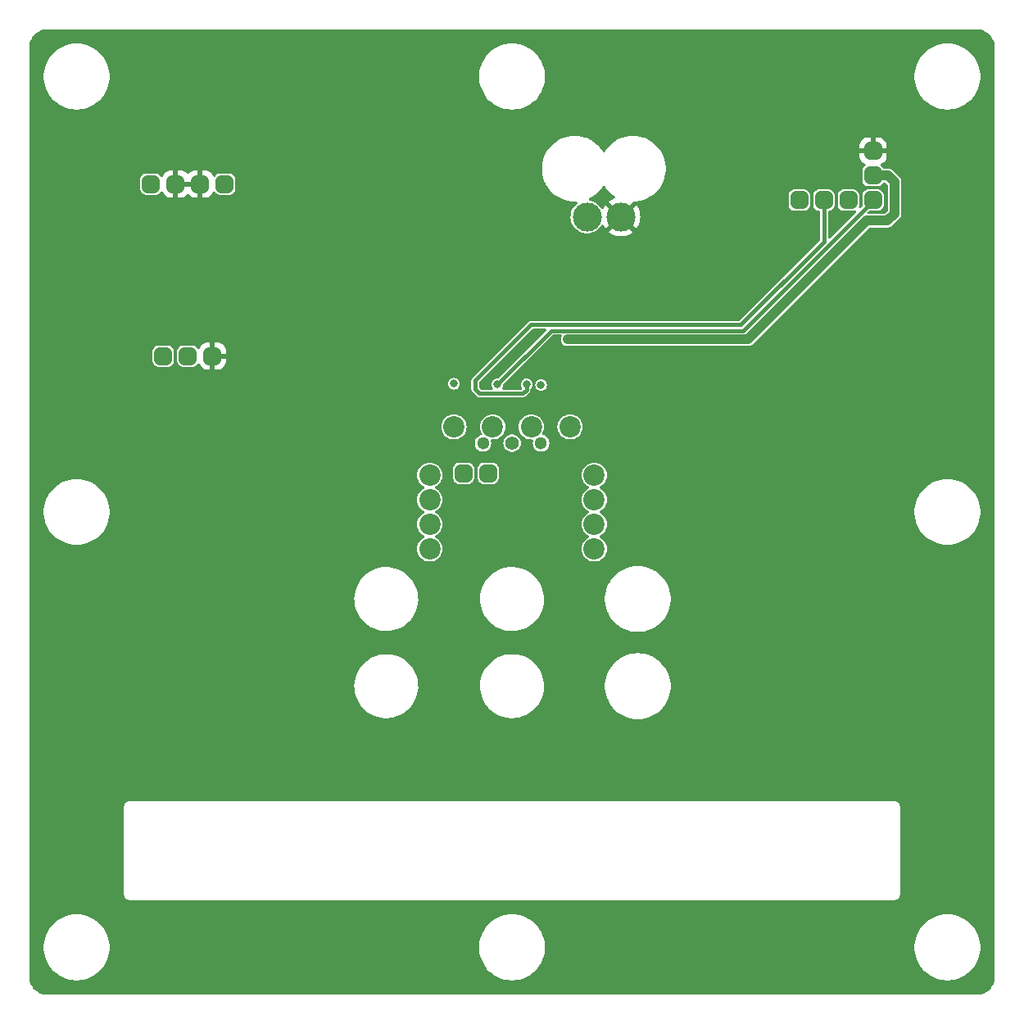
<source format=gbr>
%TF.GenerationSoftware,KiCad,Pcbnew,7.0.2-6a45011f42~172~ubuntu22.04.1*%
%TF.CreationDate,2023-05-30T13:32:28+12:00*%
%TF.ProjectId,THE_BRAWN-20A_POWER_FIXTURE,5448455f-4252-4415-974e-2d3230415f50,v1.0*%
%TF.SameCoordinates,Original*%
%TF.FileFunction,Copper,L1,Top*%
%TF.FilePolarity,Positive*%
%FSLAX46Y46*%
G04 Gerber Fmt 4.6, Leading zero omitted, Abs format (unit mm)*
G04 Created by KiCad (PCBNEW 7.0.2-6a45011f42~172~ubuntu22.04.1) date 2023-05-30 13:32:28*
%MOMM*%
%LPD*%
G01*
G04 APERTURE LIST*
G04 Aperture macros list*
%AMRoundRect*
0 Rectangle with rounded corners*
0 $1 Rounding radius*
0 $2 $3 $4 $5 $6 $7 $8 $9 X,Y pos of 4 corners*
0 Add a 4 corners polygon primitive as box body*
4,1,4,$2,$3,$4,$5,$6,$7,$8,$9,$2,$3,0*
0 Add four circle primitives for the rounded corners*
1,1,$1+$1,$2,$3*
1,1,$1+$1,$4,$5*
1,1,$1+$1,$6,$7*
1,1,$1+$1,$8,$9*
0 Add four rect primitives between the rounded corners*
20,1,$1+$1,$2,$3,$4,$5,0*
20,1,$1+$1,$4,$5,$6,$7,0*
20,1,$1+$1,$6,$7,$8,$9,0*
20,1,$1+$1,$8,$9,$2,$3,0*%
G04 Aperture macros list end*
%TA.AperFunction,ComponentPad*%
%ADD10C,1.300000*%
%TD*%
%TA.AperFunction,ComponentPad*%
%ADD11C,2.200000*%
%TD*%
%TA.AperFunction,ComponentPad*%
%ADD12C,1.400000*%
%TD*%
%TA.AperFunction,ComponentPad*%
%ADD13RoundRect,0.450000X0.450000X-0.450000X0.450000X0.450000X-0.450000X0.450000X-0.450000X-0.450000X0*%
%TD*%
%TA.AperFunction,ComponentPad*%
%ADD14C,3.000000*%
%TD*%
%TA.AperFunction,ComponentPad*%
%ADD15RoundRect,0.450000X0.450000X0.450000X-0.450000X0.450000X-0.450000X-0.450000X0.450000X-0.450000X0*%
%TD*%
%TA.AperFunction,ViaPad*%
%ADD16C,0.800000*%
%TD*%
%TA.AperFunction,Conductor*%
%ADD17C,0.400000*%
%TD*%
%TA.AperFunction,Conductor*%
%ADD18C,1.000000*%
%TD*%
G04 APERTURE END LIST*
D10*
%TO.P,TP13,1,1*%
%TO.N,Net-(R11-Pad1)*%
X223000000Y-132900000D03*
%TD*%
%TO.P,TP5,1,1*%
%TO.N,Net-(R3-Pad1)*%
X217000000Y-132900000D03*
%TD*%
D11*
%TO.P,TP6,1,1*%
%TO.N,Net-(R4-Pad1)*%
X214000000Y-131200000D03*
%TD*%
%TO.P,TP7,1,1*%
%TO.N,Net-(R7-Pad1)*%
X218000000Y-131200000D03*
%TD*%
%TO.P,TP11,1,1*%
%TO.N,Net-(R9-Pad1)*%
X222000000Y-131200000D03*
%TD*%
%TO.P,TP12,1,1*%
%TO.N,Net-(R10-Pad1)*%
X226000000Y-131200000D03*
%TD*%
D12*
%TO.P,TP10,1,1*%
%TO.N,Net-(R8-Pad1)*%
X220000000Y-132900000D03*
%TD*%
D13*
%TO.P,J5,1,1*%
%TO.N,/MOTOR_1+*%
X215000000Y-136000000D03*
%TO.P,J5,2,2*%
%TO.N,/MOTOR_1-*%
X217540000Y-136000000D03*
%TD*%
D11*
%TO.P,TP21,1,1*%
%TO.N,Net-(R15-Pad1)*%
X228500000Y-143820000D03*
%TD*%
%TO.P,TP1,1,1*%
%TO.N,Net-(R1-Pad2)*%
X211500000Y-136200000D03*
%TD*%
%TO.P,TP19,1,1*%
%TO.N,/B_FET_N2_HS*%
X228500000Y-138740000D03*
%TD*%
%TO.P,TP18,1,1*%
%TO.N,/B_FET_N1_HS*%
X228500000Y-136200000D03*
%TD*%
%TO.P,TP2,1,1*%
%TO.N,Net-(R2-Pad2)*%
X211500000Y-138740000D03*
%TD*%
%TO.P,TP20,1,1*%
%TO.N,Net-(R14-Pad1)*%
X228500000Y-141280000D03*
%TD*%
%TO.P,TP3,1,1*%
%TO.N,/A_FET_N2*%
X211500000Y-141280000D03*
%TD*%
D14*
%TO.P,TP17,1,1*%
%TO.N,/GND*%
X231250000Y-109500000D03*
%TD*%
%TO.P,TP16,1,1*%
%TO.N,/BATT+*%
X227750000Y-109500000D03*
%TD*%
D11*
%TO.P,TP4,1,1*%
%TO.N,/A_FET_N1*%
X211500000Y-143820000D03*
%TD*%
D13*
%TO.P,J3,1,1*%
%TO.N,/BATT+*%
X190310000Y-106110000D03*
%TO.P,J3,2,2*%
%TO.N,/GND*%
X187770000Y-106110000D03*
%TO.P,J3,3,3*%
X185230000Y-106110000D03*
%TO.P,J3,4,4*%
%TO.N,/SERVO*%
X182690000Y-106110000D03*
%TD*%
%TO.P,J2,1,1*%
%TO.N,unconnected-(J2-Pad1)*%
X254770000Y-107769500D03*
%TO.P,J2,2,2*%
%TO.N,/INVERT*%
X252230000Y-107769500D03*
%TO.P,J2,3,3*%
%TO.N,unconnected-(J2-Pad3)*%
X249690000Y-107769500D03*
%TD*%
D15*
%TO.P,J1,1,1*%
%TO.N,/GND*%
X257310000Y-102689500D03*
%TO.P,J1,2,2*%
%TO.N,/5V0*%
X257310000Y-105229500D03*
%TO.P,J1,3,3*%
%TO.N,/SIGNAL1*%
X257310000Y-107769500D03*
%TD*%
D13*
%TO.P,J4,1,1*%
%TO.N,/GND*%
X189040000Y-123890000D03*
%TO.P,J4,2,2*%
%TO.N,/5V0*%
X186500000Y-123890000D03*
%TO.P,J4,3,3*%
%TO.N,/SERVO_OUT*%
X183960000Y-123890000D03*
%TD*%
D16*
%TO.N,/GND*%
X218065247Y-138614866D03*
X224415247Y-138614866D03*
X237115247Y-106864866D03*
%TO.N,/BATT+*%
X223000000Y-126875000D03*
%TO.N,/SIGNAL1*%
X218500000Y-126825000D03*
%TO.N,/GND*%
X211715247Y-125914866D03*
X224415247Y-157664866D03*
X186315247Y-151314866D03*
X179965247Y-94164866D03*
X186315247Y-164014866D03*
X256165247Y-144964866D03*
X211715247Y-183064866D03*
X186315247Y-113214866D03*
X205365247Y-144964866D03*
X192665247Y-125914866D03*
X237115247Y-183064866D03*
X192665247Y-100514866D03*
X249815247Y-94164866D03*
X205365247Y-100514866D03*
X179965247Y-164014866D03*
X179965247Y-100514866D03*
X179965247Y-125914866D03*
X173615247Y-132264866D03*
X205365247Y-164014866D03*
X226000000Y-126825000D03*
X173615247Y-106864866D03*
X211715247Y-119564866D03*
X199015247Y-164014866D03*
X230765247Y-164014866D03*
X173615247Y-164014866D03*
X199015247Y-100514866D03*
X205365247Y-183064866D03*
X173615247Y-113214866D03*
X262515247Y-144964866D03*
X211715247Y-164014866D03*
X173615247Y-100514866D03*
X199015247Y-113214866D03*
X173615247Y-170364866D03*
X230765247Y-144964866D03*
X230765247Y-94164866D03*
X186315247Y-119564866D03*
X186315247Y-100514866D03*
X262515247Y-157664866D03*
X262515247Y-176714866D03*
X205365247Y-113214866D03*
X243465247Y-132264866D03*
X186315247Y-138614866D03*
X205365247Y-125914866D03*
X230765247Y-113214866D03*
X186315247Y-144964866D03*
X243465247Y-100514866D03*
X218065247Y-164014866D03*
X249815247Y-151314866D03*
X218065247Y-106864866D03*
X199015247Y-183064866D03*
X224415247Y-183064866D03*
X243465247Y-138614866D03*
X237115247Y-113214866D03*
X179965247Y-138614866D03*
X218065247Y-144964866D03*
X186315247Y-100514866D03*
X211715247Y-151314866D03*
X205365247Y-106864866D03*
X199015247Y-151314866D03*
X211715247Y-106864866D03*
X205365247Y-94164866D03*
X224415247Y-144964866D03*
X243465247Y-157664866D03*
X192665247Y-113214866D03*
X243465247Y-151314866D03*
X237115247Y-164014866D03*
X262515247Y-132264866D03*
X243375000Y-106875000D03*
X256165247Y-100514866D03*
X230765247Y-138614866D03*
X192665247Y-151314866D03*
X205365247Y-119564866D03*
X192665247Y-132264866D03*
X262515247Y-170364866D03*
X237115247Y-138614866D03*
X230765247Y-183064866D03*
X192665247Y-183064866D03*
X249815247Y-132264866D03*
X237115247Y-151314866D03*
X249815247Y-164014866D03*
X218122904Y-125622904D03*
X211715247Y-100514866D03*
X262515247Y-151314866D03*
X262515247Y-113214866D03*
X199015247Y-138614866D03*
X192665247Y-138614866D03*
X243465247Y-183064866D03*
X243465247Y-119564866D03*
X243465247Y-164014866D03*
X199015247Y-106864866D03*
X192665247Y-144964866D03*
X186315247Y-157664866D03*
X230765247Y-100514866D03*
X179965247Y-151314866D03*
X230765247Y-125914866D03*
X262515247Y-164014866D03*
X224415247Y-113214866D03*
X179965247Y-119564866D03*
X192665247Y-119564866D03*
X262515247Y-125914866D03*
X173615247Y-144964866D03*
X237115247Y-132264866D03*
X186315247Y-132264866D03*
X218065247Y-113214866D03*
X179965247Y-132264866D03*
X192665247Y-94164866D03*
X237115247Y-119564866D03*
X218065247Y-100514866D03*
X256165247Y-119564866D03*
X256165247Y-151314866D03*
X211715247Y-113214866D03*
X224584901Y-132286490D03*
X249815247Y-144964866D03*
X224415247Y-151314866D03*
X192665247Y-164014866D03*
X173615247Y-151314866D03*
X224415247Y-164014866D03*
X249815247Y-138614866D03*
X230765247Y-119564866D03*
X205365247Y-132264866D03*
X237115247Y-144964866D03*
X199015247Y-157664866D03*
X243465247Y-113214866D03*
X249815247Y-100514866D03*
X173615247Y-119564866D03*
X186315247Y-183064866D03*
X249815247Y-125914866D03*
X256165247Y-157664866D03*
X179965247Y-113214866D03*
X256165247Y-183064866D03*
X199015247Y-132264866D03*
X173615247Y-125914866D03*
X256165247Y-138614866D03*
X256165247Y-132264866D03*
X199015247Y-94164866D03*
X211715247Y-157664866D03*
X173615247Y-176714866D03*
X220000000Y-126825000D03*
X179965247Y-157664866D03*
X186315247Y-94164866D03*
X186315247Y-113214866D03*
X179965247Y-183064866D03*
X262515247Y-100514866D03*
X186315247Y-119564866D03*
X224415247Y-125914866D03*
X237115247Y-100514866D03*
X192665247Y-157664866D03*
X199015247Y-119564866D03*
X262515247Y-119564866D03*
X218065247Y-119564866D03*
X256165247Y-113214866D03*
X211715247Y-132264866D03*
X237115247Y-94164866D03*
X256165247Y-164014866D03*
X199015247Y-144964866D03*
X205365247Y-138614866D03*
X243465247Y-94164866D03*
X249815247Y-157664866D03*
X256165247Y-125914866D03*
X192665247Y-106864866D03*
X262515247Y-106864866D03*
X243465247Y-144964866D03*
X224415247Y-100514866D03*
X179965247Y-106864866D03*
X230765247Y-132264866D03*
X237115247Y-157664866D03*
X199015247Y-125914866D03*
X211715247Y-94164866D03*
X249815247Y-119564866D03*
X249815247Y-183064866D03*
X179965247Y-144964866D03*
X173615247Y-157664866D03*
X249815247Y-113214866D03*
X256165247Y-94164866D03*
X237115247Y-125914866D03*
X243465247Y-125914866D03*
X224415247Y-119564866D03*
%TO.N,/INVERT*%
X221500000Y-126825000D03*
%TO.N,/MOTOR_1+*%
X214000000Y-126750000D03*
%TO.N,/5V0*%
X225750000Y-122150000D03*
%TD*%
D17*
%TO.N,/INVERT*%
X252230000Y-107769500D02*
X252250000Y-107789500D01*
X221500000Y-127350000D02*
X221500000Y-126825000D01*
X252250000Y-107789500D02*
X252250000Y-112050000D01*
X243650000Y-120650000D02*
X221964437Y-120650000D01*
X216200000Y-127300000D02*
X216650000Y-127750000D01*
X252250000Y-112050000D02*
X243650000Y-120650000D01*
X221964437Y-120650000D02*
X216200000Y-126414437D01*
X216200000Y-126414437D02*
X216200000Y-127300000D01*
X216650000Y-127750000D02*
X221100000Y-127750000D01*
X221100000Y-127750000D02*
X221500000Y-127350000D01*
%TO.N,/SIGNAL1*%
X257310000Y-107769500D02*
X257310000Y-107838528D01*
X257310000Y-107838528D02*
X243898528Y-121250000D01*
X243898528Y-121250000D02*
X224075000Y-121250000D01*
X224075000Y-121250000D02*
X218500000Y-126825000D01*
%TO.N,/INVERT*%
X221500000Y-126700000D02*
X221500000Y-126825000D01*
D18*
%TO.N,/5V0*%
X225750000Y-122150000D02*
X244400000Y-122150000D01*
X244400000Y-122150000D02*
X256650000Y-109900000D01*
X258800000Y-109900000D02*
X259550000Y-109150000D01*
X258879500Y-105229500D02*
X257310000Y-105229500D01*
X259550000Y-105900000D02*
X258879500Y-105229500D01*
X259550000Y-109150000D02*
X259550000Y-105900000D01*
X256650000Y-109900000D02*
X258800000Y-109900000D01*
%TD*%
%TA.AperFunction,Conductor*%
%TO.N,/GND*%
G36*
X229579662Y-106281555D02*
G01*
X229607963Y-106314216D01*
X229681310Y-106436119D01*
X229904462Y-106729670D01*
X229906813Y-106732152D01*
X229906814Y-106732153D01*
X230155698Y-106994897D01*
X230155703Y-106994902D01*
X230158044Y-106997373D01*
X230439083Y-107236090D01*
X230637849Y-107370857D01*
X230683007Y-107425641D01*
X230691377Y-107496143D01*
X230660303Y-107559978D01*
X230601135Y-107596473D01*
X230580139Y-107602355D01*
X230572039Y-107605235D01*
X230327981Y-107711245D01*
X230320352Y-107715197D01*
X230092997Y-107853454D01*
X230085983Y-107858405D01*
X230020715Y-107911504D01*
X230020714Y-107911505D01*
X230928201Y-108818992D01*
X230911109Y-108825213D01*
X230764627Y-108921555D01*
X230644312Y-109049082D01*
X230569482Y-109178691D01*
X229660541Y-108269750D01*
X229532796Y-108450724D01*
X229528339Y-108458056D01*
X229437317Y-108633719D01*
X229388218Y-108685000D01*
X229319188Y-108701595D01*
X229252144Y-108678235D01*
X229216325Y-108638749D01*
X229158962Y-108539393D01*
X229158961Y-108539392D01*
X229158959Y-108539388D01*
X229000050Y-108340123D01*
X228813217Y-108166768D01*
X228813214Y-108166766D01*
X228813212Y-108166764D01*
X228602634Y-108023195D01*
X228373004Y-107912610D01*
X228129461Y-107837488D01*
X228129458Y-107837487D01*
X228026240Y-107821929D01*
X227961864Y-107791998D01*
X227923887Y-107732012D01*
X227924370Y-107661017D01*
X227963159Y-107601553D01*
X227985996Y-107586018D01*
X228255716Y-107443022D01*
X228560917Y-107236090D01*
X228841956Y-106997373D01*
X229095538Y-106729670D01*
X229318690Y-106436119D01*
X229392036Y-106314215D01*
X229444293Y-106266159D01*
X229514238Y-106253983D01*
X229579662Y-106281555D01*
G37*
%TD.AperFunction*%
%TA.AperFunction,Conductor*%
G36*
X223472038Y-121070502D02*
G01*
X223518531Y-121124158D01*
X223528635Y-121194432D01*
X223499141Y-121259012D01*
X223493012Y-121265595D01*
X218575488Y-126183117D01*
X218513176Y-126217143D01*
X218502839Y-126218944D01*
X218343238Y-126239955D01*
X218197157Y-126300464D01*
X218071717Y-126396717D01*
X217975464Y-126522157D01*
X217914955Y-126668238D01*
X217894318Y-126824999D01*
X217914955Y-126981761D01*
X217975463Y-127127840D01*
X217975464Y-127127841D01*
X217986480Y-127142198D01*
X217990008Y-127146795D01*
X218015609Y-127213016D01*
X218001345Y-127282564D01*
X217951744Y-127333361D01*
X217890046Y-127349500D01*
X216868083Y-127349500D01*
X216799962Y-127329498D01*
X216778987Y-127312595D01*
X216637404Y-127171011D01*
X216603379Y-127108699D01*
X216600500Y-127081916D01*
X216600500Y-126632519D01*
X216620502Y-126564398D01*
X216637405Y-126543424D01*
X222093425Y-121087405D01*
X222155737Y-121053379D01*
X222182520Y-121050500D01*
X223403917Y-121050500D01*
X223472038Y-121070502D01*
G37*
%TD.AperFunction*%
%TA.AperFunction,Conductor*%
G36*
X187310507Y-105900156D02*
G01*
X187270000Y-106038111D01*
X187270000Y-106181889D01*
X187310507Y-106319844D01*
X187338884Y-106364000D01*
X185661116Y-106364000D01*
X185689493Y-106319844D01*
X185730000Y-106181889D01*
X185730000Y-106038111D01*
X185689493Y-105900156D01*
X185661116Y-105856000D01*
X187338884Y-105856000D01*
X187310507Y-105900156D01*
G37*
%TD.AperFunction*%
%TA.AperFunction,Conductor*%
G36*
X268004119Y-90100770D02*
G01*
X268016905Y-90101608D01*
X268239699Y-90116210D01*
X268256022Y-90118358D01*
X268483539Y-90163615D01*
X268499442Y-90167876D01*
X268719095Y-90242439D01*
X268734302Y-90248738D01*
X268942351Y-90351336D01*
X268956608Y-90359567D01*
X269149478Y-90488438D01*
X269162543Y-90498463D01*
X269336946Y-90651411D01*
X269348588Y-90663053D01*
X269501532Y-90837451D01*
X269511565Y-90850527D01*
X269640427Y-91043383D01*
X269648668Y-91057657D01*
X269751257Y-91265687D01*
X269757564Y-91280914D01*
X269832120Y-91500549D01*
X269836386Y-91516468D01*
X269881639Y-91743967D01*
X269883790Y-91760308D01*
X269899230Y-91995880D01*
X269899500Y-92004121D01*
X269899500Y-187995878D01*
X269899230Y-188004119D01*
X269883790Y-188239691D01*
X269881639Y-188256032D01*
X269836386Y-188483531D01*
X269832120Y-188499450D01*
X269757564Y-188719085D01*
X269751257Y-188734312D01*
X269648668Y-188942342D01*
X269640427Y-188956616D01*
X269511565Y-189149472D01*
X269501532Y-189162548D01*
X269348594Y-189336940D01*
X269336940Y-189348594D01*
X269162548Y-189501532D01*
X269149472Y-189511565D01*
X268956616Y-189640427D01*
X268942342Y-189648668D01*
X268734312Y-189751257D01*
X268719085Y-189757564D01*
X268499450Y-189832120D01*
X268483531Y-189836386D01*
X268256032Y-189881639D01*
X268239691Y-189883790D01*
X268004120Y-189899230D01*
X267995879Y-189899500D01*
X172004121Y-189899500D01*
X171995880Y-189899230D01*
X171760308Y-189883790D01*
X171743967Y-189881639D01*
X171516468Y-189836386D01*
X171500549Y-189832120D01*
X171280914Y-189757564D01*
X171265687Y-189751257D01*
X171263643Y-189750249D01*
X171057653Y-189648666D01*
X171043387Y-189640429D01*
X170850524Y-189511562D01*
X170837451Y-189501532D01*
X170707911Y-189387928D01*
X170663053Y-189348588D01*
X170651411Y-189336946D01*
X170498463Y-189162543D01*
X170488438Y-189149478D01*
X170359567Y-188956608D01*
X170351336Y-188942351D01*
X170248738Y-188734302D01*
X170242439Y-188719095D01*
X170167876Y-188499442D01*
X170163615Y-188483539D01*
X170118358Y-188256022D01*
X170116210Y-188239701D01*
X170100768Y-188004089D01*
X170100500Y-187995902D01*
X170100500Y-187973071D01*
X170100500Y-185184370D01*
X171599500Y-185184370D01*
X171599868Y-185187757D01*
X171599869Y-185187768D01*
X171638092Y-185539220D01*
X171639368Y-185550948D01*
X171640100Y-185554275D01*
X171640101Y-185554279D01*
X171717901Y-185907730D01*
X171717904Y-185907741D01*
X171718636Y-185911066D01*
X171836375Y-186260503D01*
X171991205Y-186595162D01*
X172181310Y-186911119D01*
X172404462Y-187204670D01*
X172406813Y-187207152D01*
X172406814Y-187207153D01*
X172655698Y-187469897D01*
X172655703Y-187469902D01*
X172658044Y-187472373D01*
X172939083Y-187711090D01*
X173244284Y-187918022D01*
X173570070Y-188090743D01*
X173912621Y-188227227D01*
X174267919Y-188325875D01*
X174631801Y-188385531D01*
X174907890Y-188400500D01*
X174909610Y-188400500D01*
X175090390Y-188400500D01*
X175092110Y-188400500D01*
X175368199Y-188385531D01*
X175732081Y-188325875D01*
X176087379Y-188227227D01*
X176429930Y-188090743D01*
X176755716Y-187918022D01*
X177060917Y-187711090D01*
X177341956Y-187472373D01*
X177595538Y-187204670D01*
X177818690Y-186911119D01*
X178008795Y-186595162D01*
X178163625Y-186260503D01*
X178281364Y-185911066D01*
X178360632Y-185550948D01*
X178400500Y-185184370D01*
X216599500Y-185184370D01*
X216599868Y-185187757D01*
X216599869Y-185187768D01*
X216638092Y-185539220D01*
X216639368Y-185550948D01*
X216640100Y-185554275D01*
X216640101Y-185554279D01*
X216717901Y-185907730D01*
X216717904Y-185907741D01*
X216718636Y-185911066D01*
X216836375Y-186260503D01*
X216991205Y-186595162D01*
X217181310Y-186911119D01*
X217404462Y-187204670D01*
X217406813Y-187207152D01*
X217406814Y-187207153D01*
X217655698Y-187469897D01*
X217655703Y-187469902D01*
X217658044Y-187472373D01*
X217939083Y-187711090D01*
X218244284Y-187918022D01*
X218570070Y-188090743D01*
X218912621Y-188227227D01*
X219267919Y-188325875D01*
X219631801Y-188385531D01*
X219907890Y-188400500D01*
X219909610Y-188400500D01*
X220090390Y-188400500D01*
X220092110Y-188400500D01*
X220368199Y-188385531D01*
X220732081Y-188325875D01*
X221087379Y-188227227D01*
X221429930Y-188090743D01*
X221755716Y-187918022D01*
X222060917Y-187711090D01*
X222341956Y-187472373D01*
X222595538Y-187204670D01*
X222818690Y-186911119D01*
X223008795Y-186595162D01*
X223163625Y-186260503D01*
X223281364Y-185911066D01*
X223360632Y-185550948D01*
X223400500Y-185184370D01*
X261599500Y-185184370D01*
X261599868Y-185187757D01*
X261599869Y-185187768D01*
X261638092Y-185539220D01*
X261639368Y-185550948D01*
X261640100Y-185554275D01*
X261640101Y-185554279D01*
X261717901Y-185907730D01*
X261717904Y-185907741D01*
X261718636Y-185911066D01*
X261836375Y-186260503D01*
X261991205Y-186595162D01*
X262181310Y-186911119D01*
X262404462Y-187204670D01*
X262406813Y-187207152D01*
X262406814Y-187207153D01*
X262655698Y-187469897D01*
X262655703Y-187469902D01*
X262658044Y-187472373D01*
X262939083Y-187711090D01*
X263244284Y-187918022D01*
X263570070Y-188090743D01*
X263912621Y-188227227D01*
X264267919Y-188325875D01*
X264631801Y-188385531D01*
X264907890Y-188400500D01*
X264909610Y-188400500D01*
X265090390Y-188400500D01*
X265092110Y-188400500D01*
X265368199Y-188385531D01*
X265732081Y-188325875D01*
X266087379Y-188227227D01*
X266429930Y-188090743D01*
X266755716Y-187918022D01*
X267060917Y-187711090D01*
X267341956Y-187472373D01*
X267595538Y-187204670D01*
X267818690Y-186911119D01*
X268008795Y-186595162D01*
X268163625Y-186260503D01*
X268281364Y-185911066D01*
X268360632Y-185550948D01*
X268400500Y-185184370D01*
X268400500Y-184815630D01*
X268360632Y-184449052D01*
X268281364Y-184088934D01*
X268163625Y-183739497D01*
X268008795Y-183404838D01*
X267818690Y-183088881D01*
X267595538Y-182795330D01*
X267581231Y-182780227D01*
X267344301Y-182530102D01*
X267344295Y-182530096D01*
X267341956Y-182527627D01*
X267060917Y-182288910D01*
X267004169Y-182250434D01*
X266758538Y-182083891D01*
X266758533Y-182083888D01*
X266755716Y-182081978D01*
X266715275Y-182060537D01*
X266432941Y-181910853D01*
X266432936Y-181910850D01*
X266429930Y-181909257D01*
X266426763Y-181907995D01*
X266090548Y-181774035D01*
X266090537Y-181774031D01*
X266087379Y-181772773D01*
X266084098Y-181771862D01*
X266084092Y-181771860D01*
X265735375Y-181675039D01*
X265735365Y-181675036D01*
X265732081Y-181674125D01*
X265728722Y-181673574D01*
X265728707Y-181673571D01*
X265371576Y-181615022D01*
X265371564Y-181615020D01*
X265368199Y-181614469D01*
X265364789Y-181614284D01*
X265364779Y-181614283D01*
X265093831Y-181599593D01*
X265093819Y-181599592D01*
X265092110Y-181599500D01*
X264907890Y-181599500D01*
X264906181Y-181599592D01*
X264906168Y-181599593D01*
X264635220Y-181614283D01*
X264635208Y-181614284D01*
X264631801Y-181614469D01*
X264628437Y-181615020D01*
X264628423Y-181615022D01*
X264271292Y-181673571D01*
X264271273Y-181673574D01*
X264267919Y-181674125D01*
X264264638Y-181675035D01*
X264264624Y-181675039D01*
X263915907Y-181771860D01*
X263915896Y-181771863D01*
X263912621Y-181772773D01*
X263909467Y-181774029D01*
X263909451Y-181774035D01*
X263573236Y-181907995D01*
X263573227Y-181907999D01*
X263570070Y-181909257D01*
X263567070Y-181910847D01*
X263567058Y-181910853D01*
X263247301Y-182080378D01*
X263247294Y-182080382D01*
X263244284Y-182081978D01*
X263241474Y-182083882D01*
X263241461Y-182083891D01*
X262941908Y-182286994D01*
X262941900Y-182286999D01*
X262939083Y-182288910D01*
X262936483Y-182291118D01*
X262936477Y-182291123D01*
X262660640Y-182525421D01*
X262660630Y-182525430D01*
X262658044Y-182527627D01*
X262655713Y-182530087D01*
X262655698Y-182530102D01*
X262406814Y-182792846D01*
X262406805Y-182792855D01*
X262404462Y-182795330D01*
X262402395Y-182798048D01*
X262402395Y-182798049D01*
X262183380Y-183086157D01*
X262183373Y-183086165D01*
X262181310Y-183088881D01*
X262179552Y-183091801D01*
X262179545Y-183091813D01*
X261992966Y-183401911D01*
X261991205Y-183404838D01*
X261989775Y-183407928D01*
X261989768Y-183407942D01*
X261837808Y-183736398D01*
X261837803Y-183736409D01*
X261836375Y-183739497D01*
X261835289Y-183742719D01*
X261835285Y-183742730D01*
X261719726Y-184085697D01*
X261719722Y-184085708D01*
X261718636Y-184088934D01*
X261717905Y-184092253D01*
X261717901Y-184092269D01*
X261640101Y-184445720D01*
X261639368Y-184449052D01*
X261638999Y-184452442D01*
X261638999Y-184452444D01*
X261599869Y-184812231D01*
X261599868Y-184812243D01*
X261599500Y-184815630D01*
X261599500Y-185184370D01*
X223400500Y-185184370D01*
X223400500Y-184815630D01*
X223360632Y-184449052D01*
X223281364Y-184088934D01*
X223163625Y-183739497D01*
X223008795Y-183404838D01*
X222818690Y-183088881D01*
X222595538Y-182795330D01*
X222581231Y-182780227D01*
X222344301Y-182530102D01*
X222344295Y-182530096D01*
X222341956Y-182527627D01*
X222060917Y-182288910D01*
X222004169Y-182250434D01*
X221758538Y-182083891D01*
X221758533Y-182083888D01*
X221755716Y-182081978D01*
X221715275Y-182060537D01*
X221432941Y-181910853D01*
X221432936Y-181910850D01*
X221429930Y-181909257D01*
X221426763Y-181907995D01*
X221090548Y-181774035D01*
X221090537Y-181774031D01*
X221087379Y-181772773D01*
X221084098Y-181771862D01*
X221084092Y-181771860D01*
X220735375Y-181675039D01*
X220735365Y-181675036D01*
X220732081Y-181674125D01*
X220728722Y-181673574D01*
X220728707Y-181673571D01*
X220371576Y-181615022D01*
X220371564Y-181615020D01*
X220368199Y-181614469D01*
X220364789Y-181614284D01*
X220364779Y-181614283D01*
X220093831Y-181599593D01*
X220093819Y-181599592D01*
X220092110Y-181599500D01*
X219907890Y-181599500D01*
X219906181Y-181599592D01*
X219906168Y-181599593D01*
X219635220Y-181614283D01*
X219635208Y-181614284D01*
X219631801Y-181614469D01*
X219628437Y-181615020D01*
X219628423Y-181615022D01*
X219271292Y-181673571D01*
X219271273Y-181673574D01*
X219267919Y-181674125D01*
X219264638Y-181675035D01*
X219264624Y-181675039D01*
X218915907Y-181771860D01*
X218915896Y-181771863D01*
X218912621Y-181772773D01*
X218909467Y-181774029D01*
X218909451Y-181774035D01*
X218573236Y-181907995D01*
X218573227Y-181907999D01*
X218570070Y-181909257D01*
X218567070Y-181910847D01*
X218567058Y-181910853D01*
X218247301Y-182080378D01*
X218247294Y-182080382D01*
X218244284Y-182081978D01*
X218241474Y-182083882D01*
X218241461Y-182083891D01*
X217941908Y-182286994D01*
X217941900Y-182286999D01*
X217939083Y-182288910D01*
X217936483Y-182291118D01*
X217936477Y-182291123D01*
X217660640Y-182525421D01*
X217660630Y-182525430D01*
X217658044Y-182527627D01*
X217655713Y-182530087D01*
X217655698Y-182530102D01*
X217406814Y-182792846D01*
X217406805Y-182792855D01*
X217404462Y-182795330D01*
X217402395Y-182798048D01*
X217402395Y-182798049D01*
X217183380Y-183086157D01*
X217183373Y-183086165D01*
X217181310Y-183088881D01*
X217179552Y-183091801D01*
X217179545Y-183091813D01*
X216992966Y-183401911D01*
X216991205Y-183404838D01*
X216989775Y-183407928D01*
X216989768Y-183407942D01*
X216837808Y-183736398D01*
X216837803Y-183736409D01*
X216836375Y-183739497D01*
X216835289Y-183742719D01*
X216835285Y-183742730D01*
X216719726Y-184085697D01*
X216719722Y-184085708D01*
X216718636Y-184088934D01*
X216717905Y-184092253D01*
X216717901Y-184092269D01*
X216640101Y-184445720D01*
X216639368Y-184449052D01*
X216638999Y-184452442D01*
X216638999Y-184452444D01*
X216599869Y-184812231D01*
X216599868Y-184812243D01*
X216599500Y-184815630D01*
X216599500Y-185184370D01*
X178400500Y-185184370D01*
X178400500Y-184815630D01*
X178360632Y-184449052D01*
X178281364Y-184088934D01*
X178163625Y-183739497D01*
X178008795Y-183404838D01*
X177818690Y-183088881D01*
X177595538Y-182795330D01*
X177581231Y-182780227D01*
X177344301Y-182530102D01*
X177344295Y-182530096D01*
X177341956Y-182527627D01*
X177060917Y-182288910D01*
X177004169Y-182250434D01*
X176758538Y-182083891D01*
X176758533Y-182083888D01*
X176755716Y-182081978D01*
X176715275Y-182060537D01*
X176432941Y-181910853D01*
X176432936Y-181910850D01*
X176429930Y-181909257D01*
X176426763Y-181907995D01*
X176090548Y-181774035D01*
X176090537Y-181774031D01*
X176087379Y-181772773D01*
X176084098Y-181771862D01*
X176084092Y-181771860D01*
X175735375Y-181675039D01*
X175735365Y-181675036D01*
X175732081Y-181674125D01*
X175728722Y-181673574D01*
X175728707Y-181673571D01*
X175371576Y-181615022D01*
X175371564Y-181615020D01*
X175368199Y-181614469D01*
X175364789Y-181614284D01*
X175364779Y-181614283D01*
X175093831Y-181599593D01*
X175093819Y-181599592D01*
X175092110Y-181599500D01*
X174907890Y-181599500D01*
X174906181Y-181599592D01*
X174906168Y-181599593D01*
X174635220Y-181614283D01*
X174635208Y-181614284D01*
X174631801Y-181614469D01*
X174628437Y-181615020D01*
X174628423Y-181615022D01*
X174271292Y-181673571D01*
X174271273Y-181673574D01*
X174267919Y-181674125D01*
X174264638Y-181675035D01*
X174264624Y-181675039D01*
X173915907Y-181771860D01*
X173915896Y-181771863D01*
X173912621Y-181772773D01*
X173909467Y-181774029D01*
X173909451Y-181774035D01*
X173573236Y-181907995D01*
X173573227Y-181907999D01*
X173570070Y-181909257D01*
X173567070Y-181910847D01*
X173567058Y-181910853D01*
X173247301Y-182080378D01*
X173247294Y-182080382D01*
X173244284Y-182081978D01*
X173241474Y-182083882D01*
X173241461Y-182083891D01*
X172941908Y-182286994D01*
X172941900Y-182286999D01*
X172939083Y-182288910D01*
X172936483Y-182291118D01*
X172936477Y-182291123D01*
X172660640Y-182525421D01*
X172660630Y-182525430D01*
X172658044Y-182527627D01*
X172655713Y-182530087D01*
X172655698Y-182530102D01*
X172406814Y-182792846D01*
X172406805Y-182792855D01*
X172404462Y-182795330D01*
X172402395Y-182798048D01*
X172402395Y-182798049D01*
X172183380Y-183086157D01*
X172183373Y-183086165D01*
X172181310Y-183088881D01*
X172179552Y-183091801D01*
X172179545Y-183091813D01*
X171992966Y-183401911D01*
X171991205Y-183404838D01*
X171989775Y-183407928D01*
X171989768Y-183407942D01*
X171837808Y-183736398D01*
X171837803Y-183736409D01*
X171836375Y-183739497D01*
X171835289Y-183742719D01*
X171835285Y-183742730D01*
X171719726Y-184085697D01*
X171719722Y-184085708D01*
X171718636Y-184088934D01*
X171717905Y-184092253D01*
X171717901Y-184092269D01*
X171640101Y-184445720D01*
X171639368Y-184449052D01*
X171638999Y-184452442D01*
X171638999Y-184452444D01*
X171599869Y-184812231D01*
X171599868Y-184812243D01*
X171599500Y-184815630D01*
X171599500Y-185184370D01*
X170100500Y-185184370D01*
X170100500Y-179567659D01*
X179899500Y-179567659D01*
X179929610Y-179699587D01*
X179958967Y-179760547D01*
X179988325Y-179821507D01*
X180072695Y-179927305D01*
X180178493Y-180011675D01*
X180300412Y-180070389D01*
X180432340Y-180100500D01*
X259567660Y-180100500D01*
X259699588Y-180070389D01*
X259821507Y-180011675D01*
X259927305Y-179927305D01*
X260011675Y-179821507D01*
X260070389Y-179699588D01*
X260100500Y-179567660D01*
X260100500Y-179500000D01*
X260100500Y-179473071D01*
X260100500Y-170484083D01*
X260100500Y-170432340D01*
X260070389Y-170300412D01*
X260011675Y-170178493D01*
X259927305Y-170072695D01*
X259821507Y-169988325D01*
X259760547Y-169958968D01*
X259699587Y-169929610D01*
X259567660Y-169899500D01*
X259515917Y-169899500D01*
X180526929Y-169899500D01*
X180500000Y-169899500D01*
X180432340Y-169899500D01*
X180300412Y-169929610D01*
X180178491Y-169988326D01*
X180072695Y-170072695D01*
X179988326Y-170178491D01*
X179929610Y-170300412D01*
X179899500Y-170432340D01*
X179899500Y-179567659D01*
X170100500Y-179567659D01*
X170100500Y-157908919D01*
X203695736Y-157908919D01*
X203695831Y-157912375D01*
X203695831Y-157912386D01*
X203703329Y-158184370D01*
X203705771Y-158272968D01*
X203706247Y-158276407D01*
X203706248Y-158276408D01*
X203744779Y-158554279D01*
X203755793Y-158633703D01*
X203756644Y-158637066D01*
X203756647Y-158637078D01*
X203844341Y-158983370D01*
X203845196Y-158986746D01*
X203846411Y-158989991D01*
X203846416Y-158990007D01*
X203971673Y-159324552D01*
X203972894Y-159327812D01*
X203974461Y-159330908D01*
X203974463Y-159330913D01*
X204135764Y-159649652D01*
X204135769Y-159649661D01*
X204137337Y-159652759D01*
X204139237Y-159655668D01*
X204139241Y-159655674D01*
X204240554Y-159810745D01*
X204336528Y-159957645D01*
X204568051Y-160238767D01*
X204570538Y-160241186D01*
X204808184Y-160472373D01*
X204829094Y-160492714D01*
X204831836Y-160494848D01*
X205112124Y-160713005D01*
X205116489Y-160716402D01*
X205426747Y-160907117D01*
X205756102Y-161062544D01*
X206100557Y-161180795D01*
X206455929Y-161260436D01*
X206817906Y-161300500D01*
X206821388Y-161300500D01*
X207089250Y-161300500D01*
X207090972Y-161300500D01*
X207363634Y-161285457D01*
X207722855Y-161225513D01*
X208073300Y-161126417D01*
X208410718Y-160989370D01*
X208731011Y-160816036D01*
X209030292Y-160608519D01*
X209304928Y-160369338D01*
X209551585Y-160101397D01*
X209767270Y-159807948D01*
X209949363Y-159492552D01*
X210095656Y-159159039D01*
X210204371Y-158811457D01*
X210274190Y-158454025D01*
X210304264Y-158091081D01*
X210299243Y-157908919D01*
X216695736Y-157908919D01*
X216695831Y-157912375D01*
X216695831Y-157912386D01*
X216703329Y-158184370D01*
X216705771Y-158272968D01*
X216706247Y-158276407D01*
X216706248Y-158276408D01*
X216744779Y-158554279D01*
X216755793Y-158633703D01*
X216756644Y-158637066D01*
X216756647Y-158637078D01*
X216844341Y-158983370D01*
X216845196Y-158986746D01*
X216846411Y-158989991D01*
X216846416Y-158990007D01*
X216971673Y-159324552D01*
X216972894Y-159327812D01*
X216974461Y-159330908D01*
X216974463Y-159330913D01*
X217135764Y-159649652D01*
X217135769Y-159649661D01*
X217137337Y-159652759D01*
X217139237Y-159655668D01*
X217139241Y-159655674D01*
X217240554Y-159810745D01*
X217336528Y-159957645D01*
X217568051Y-160238767D01*
X217570538Y-160241186D01*
X217808184Y-160472373D01*
X217829094Y-160492714D01*
X217831836Y-160494848D01*
X218112124Y-160713005D01*
X218116489Y-160716402D01*
X218426747Y-160907117D01*
X218756102Y-161062544D01*
X219100557Y-161180795D01*
X219455929Y-161260436D01*
X219817906Y-161300500D01*
X219821388Y-161300500D01*
X220089250Y-161300500D01*
X220090972Y-161300500D01*
X220363634Y-161285457D01*
X220722855Y-161225513D01*
X221073300Y-161126417D01*
X221410718Y-160989370D01*
X221731011Y-160816036D01*
X222030292Y-160608519D01*
X222304928Y-160369338D01*
X222551585Y-160101397D01*
X222767270Y-159807948D01*
X222949363Y-159492552D01*
X223095656Y-159159039D01*
X223204371Y-158811457D01*
X223274190Y-158454025D01*
X223296534Y-158184370D01*
X229599500Y-158184370D01*
X229599868Y-158187757D01*
X229599869Y-158187768D01*
X229628450Y-158450561D01*
X229639368Y-158550948D01*
X229640100Y-158554275D01*
X229640101Y-158554279D01*
X229717901Y-158907730D01*
X229717904Y-158907741D01*
X229718636Y-158911066D01*
X229719724Y-158914296D01*
X229719726Y-158914302D01*
X229802187Y-159159039D01*
X229836375Y-159260503D01*
X229837806Y-159263596D01*
X229837808Y-159263601D01*
X229945124Y-159495561D01*
X229991205Y-159595162D01*
X230181310Y-159911119D01*
X230404462Y-160204670D01*
X230406813Y-160207152D01*
X230406814Y-160207153D01*
X230655698Y-160469897D01*
X230655703Y-160469902D01*
X230658044Y-160472373D01*
X230939083Y-160711090D01*
X231244284Y-160918022D01*
X231570070Y-161090743D01*
X231912621Y-161227227D01*
X232267919Y-161325875D01*
X232631801Y-161385531D01*
X232907890Y-161400500D01*
X232909610Y-161400500D01*
X233090390Y-161400500D01*
X233092110Y-161400500D01*
X233368199Y-161385531D01*
X233732081Y-161325875D01*
X234087379Y-161227227D01*
X234429930Y-161090743D01*
X234755716Y-160918022D01*
X235060917Y-160711090D01*
X235341956Y-160472373D01*
X235595538Y-160204670D01*
X235818690Y-159911119D01*
X236008795Y-159595162D01*
X236163625Y-159260503D01*
X236281364Y-158911066D01*
X236360632Y-158550948D01*
X236400500Y-158184370D01*
X236400500Y-157815630D01*
X236360632Y-157449052D01*
X236281364Y-157088934D01*
X236163625Y-156739497D01*
X236008795Y-156404838D01*
X235818690Y-156088881D01*
X235595538Y-155795330D01*
X235437393Y-155628378D01*
X235344301Y-155530102D01*
X235344295Y-155530096D01*
X235341956Y-155527627D01*
X235060917Y-155288910D01*
X234771800Y-155092883D01*
X234758538Y-155083891D01*
X234758533Y-155083888D01*
X234755716Y-155081978D01*
X234618676Y-155009324D01*
X234432941Y-154910853D01*
X234432936Y-154910850D01*
X234429930Y-154909257D01*
X234426763Y-154907995D01*
X234090548Y-154774035D01*
X234090537Y-154774031D01*
X234087379Y-154772773D01*
X234084098Y-154771862D01*
X234084092Y-154771860D01*
X233735375Y-154675039D01*
X233735365Y-154675036D01*
X233732081Y-154674125D01*
X233728722Y-154673574D01*
X233728707Y-154673571D01*
X233371576Y-154615022D01*
X233371564Y-154615020D01*
X233368199Y-154614469D01*
X233364789Y-154614284D01*
X233364779Y-154614283D01*
X233093831Y-154599593D01*
X233093819Y-154599592D01*
X233092110Y-154599500D01*
X232907890Y-154599500D01*
X232906181Y-154599592D01*
X232906168Y-154599593D01*
X232635220Y-154614283D01*
X232635208Y-154614284D01*
X232631801Y-154614469D01*
X232628437Y-154615020D01*
X232628423Y-154615022D01*
X232271292Y-154673571D01*
X232271273Y-154673574D01*
X232267919Y-154674125D01*
X232264638Y-154675035D01*
X232264624Y-154675039D01*
X231915907Y-154771860D01*
X231915896Y-154771863D01*
X231912621Y-154772773D01*
X231909467Y-154774029D01*
X231909451Y-154774035D01*
X231573236Y-154907995D01*
X231573227Y-154907999D01*
X231570070Y-154909257D01*
X231567070Y-154910847D01*
X231567058Y-154910853D01*
X231247301Y-155080378D01*
X231247294Y-155080382D01*
X231244284Y-155081978D01*
X231241474Y-155083882D01*
X231241461Y-155083891D01*
X230941908Y-155286994D01*
X230941900Y-155286999D01*
X230939083Y-155288910D01*
X230936483Y-155291118D01*
X230936477Y-155291123D01*
X230660640Y-155525421D01*
X230660630Y-155525430D01*
X230658044Y-155527627D01*
X230655713Y-155530087D01*
X230655698Y-155530102D01*
X230406814Y-155792846D01*
X230406805Y-155792855D01*
X230404462Y-155795330D01*
X230402395Y-155798048D01*
X230402395Y-155798049D01*
X230183380Y-156086157D01*
X230183373Y-156086165D01*
X230181310Y-156088881D01*
X230179552Y-156091801D01*
X230179545Y-156091813D01*
X230117425Y-156195058D01*
X229991205Y-156404838D01*
X229989775Y-156407928D01*
X229989768Y-156407942D01*
X229837808Y-156736398D01*
X229837803Y-156736409D01*
X229836375Y-156739497D01*
X229835289Y-156742719D01*
X229835285Y-156742730D01*
X229719726Y-157085697D01*
X229719722Y-157085708D01*
X229718636Y-157088934D01*
X229717905Y-157092253D01*
X229717901Y-157092269D01*
X229640101Y-157445720D01*
X229639368Y-157449052D01*
X229638999Y-157452442D01*
X229638999Y-157452444D01*
X229599869Y-157812231D01*
X229599868Y-157812243D01*
X229599500Y-157815630D01*
X229599500Y-158184370D01*
X223296534Y-158184370D01*
X223304264Y-158091081D01*
X223294229Y-157727032D01*
X223244207Y-157366297D01*
X223154804Y-157013254D01*
X223027106Y-156672188D01*
X222939648Y-156499368D01*
X222864235Y-156350347D01*
X222864233Y-156350344D01*
X222862663Y-156347241D01*
X222663472Y-156042355D01*
X222431949Y-155761233D01*
X222194360Y-155530102D01*
X222173399Y-155509711D01*
X222173396Y-155509709D01*
X222170906Y-155507286D01*
X222168163Y-155505151D01*
X221886252Y-155285731D01*
X221886247Y-155285727D01*
X221883511Y-155283598D01*
X221573253Y-155092883D01*
X221570127Y-155091407D01*
X221570120Y-155091404D01*
X221247043Y-154938940D01*
X221247040Y-154938938D01*
X221243898Y-154937456D01*
X221240610Y-154936327D01*
X221240607Y-154936326D01*
X220902723Y-154820331D01*
X220902722Y-154820330D01*
X220899443Y-154819205D01*
X220896067Y-154818448D01*
X220896055Y-154818445D01*
X220547456Y-154740322D01*
X220547445Y-154740320D01*
X220544071Y-154739564D01*
X220540626Y-154739182D01*
X220540622Y-154739182D01*
X220185557Y-154699883D01*
X220185551Y-154699882D01*
X220182094Y-154699500D01*
X219909028Y-154699500D01*
X219907334Y-154699593D01*
X219907314Y-154699594D01*
X219639824Y-154714352D01*
X219639820Y-154714352D01*
X219636366Y-154714543D01*
X219632950Y-154715112D01*
X219632941Y-154715114D01*
X219280582Y-154773913D01*
X219280573Y-154773914D01*
X219277145Y-154774487D01*
X219273809Y-154775430D01*
X219273797Y-154775433D01*
X218930046Y-154872636D01*
X218930032Y-154872640D01*
X218926700Y-154873583D01*
X218923478Y-154874891D01*
X218923474Y-154874893D01*
X218592496Y-155009324D01*
X218592487Y-155009328D01*
X218589282Y-155010630D01*
X218586240Y-155012276D01*
X218586232Y-155012280D01*
X218272046Y-155182309D01*
X218272037Y-155182314D01*
X218268989Y-155183964D01*
X218266144Y-155185936D01*
X218266132Y-155185944D01*
X217972561Y-155389502D01*
X217972551Y-155389509D01*
X217969708Y-155391481D01*
X217967093Y-155393757D01*
X217967087Y-155393763D01*
X217697693Y-155628378D01*
X217697679Y-155628391D01*
X217695072Y-155630662D01*
X217692718Y-155633218D01*
X217692715Y-155633222D01*
X217450770Y-155896044D01*
X217450763Y-155896051D01*
X217448415Y-155898603D01*
X217446363Y-155901393D01*
X217446357Y-155901402D01*
X217234785Y-156189254D01*
X217234772Y-156189272D01*
X217232730Y-156192052D01*
X217230998Y-156195051D01*
X217230994Y-156195058D01*
X217052374Y-156504438D01*
X217052368Y-156504449D01*
X217050637Y-156507448D01*
X217049242Y-156510626D01*
X217049241Y-156510630D01*
X216905737Y-156837783D01*
X216905731Y-156837798D01*
X216904344Y-156840961D01*
X216903311Y-156844263D01*
X216903309Y-156844269D01*
X216796665Y-157185228D01*
X216796661Y-157185242D01*
X216795629Y-157188543D01*
X216794966Y-157191937D01*
X216794963Y-157191949D01*
X216726476Y-157542562D01*
X216726474Y-157542573D01*
X216725810Y-157545975D01*
X216725523Y-157549437D01*
X216725523Y-157549438D01*
X216710520Y-157730506D01*
X216695736Y-157908919D01*
X210299243Y-157908919D01*
X210294229Y-157727032D01*
X210244207Y-157366297D01*
X210154804Y-157013254D01*
X210027106Y-156672188D01*
X209939648Y-156499368D01*
X209864235Y-156350347D01*
X209864233Y-156350344D01*
X209862663Y-156347241D01*
X209663472Y-156042355D01*
X209431949Y-155761233D01*
X209194360Y-155530102D01*
X209173399Y-155509711D01*
X209173396Y-155509709D01*
X209170906Y-155507286D01*
X209168163Y-155505151D01*
X208886252Y-155285731D01*
X208886247Y-155285727D01*
X208883511Y-155283598D01*
X208573253Y-155092883D01*
X208570127Y-155091407D01*
X208570120Y-155091404D01*
X208247043Y-154938940D01*
X208247040Y-154938938D01*
X208243898Y-154937456D01*
X208240610Y-154936327D01*
X208240607Y-154936326D01*
X207902723Y-154820331D01*
X207902722Y-154820330D01*
X207899443Y-154819205D01*
X207896067Y-154818448D01*
X207896055Y-154818445D01*
X207547456Y-154740322D01*
X207547445Y-154740320D01*
X207544071Y-154739564D01*
X207540626Y-154739182D01*
X207540622Y-154739182D01*
X207185557Y-154699883D01*
X207185551Y-154699882D01*
X207182094Y-154699500D01*
X206909028Y-154699500D01*
X206907334Y-154699593D01*
X206907314Y-154699594D01*
X206639824Y-154714352D01*
X206639820Y-154714352D01*
X206636366Y-154714543D01*
X206632950Y-154715112D01*
X206632941Y-154715114D01*
X206280582Y-154773913D01*
X206280573Y-154773914D01*
X206277145Y-154774487D01*
X206273809Y-154775430D01*
X206273797Y-154775433D01*
X205930046Y-154872636D01*
X205930032Y-154872640D01*
X205926700Y-154873583D01*
X205923478Y-154874891D01*
X205923474Y-154874893D01*
X205592496Y-155009324D01*
X205592487Y-155009328D01*
X205589282Y-155010630D01*
X205586240Y-155012276D01*
X205586232Y-155012280D01*
X205272046Y-155182309D01*
X205272037Y-155182314D01*
X205268989Y-155183964D01*
X205266144Y-155185936D01*
X205266132Y-155185944D01*
X204972561Y-155389502D01*
X204972551Y-155389509D01*
X204969708Y-155391481D01*
X204967093Y-155393757D01*
X204967087Y-155393763D01*
X204697693Y-155628378D01*
X204697679Y-155628391D01*
X204695072Y-155630662D01*
X204692718Y-155633218D01*
X204692715Y-155633222D01*
X204450770Y-155896044D01*
X204450763Y-155896051D01*
X204448415Y-155898603D01*
X204446363Y-155901393D01*
X204446357Y-155901402D01*
X204234785Y-156189254D01*
X204234772Y-156189272D01*
X204232730Y-156192052D01*
X204230998Y-156195051D01*
X204230994Y-156195058D01*
X204052374Y-156504438D01*
X204052368Y-156504449D01*
X204050637Y-156507448D01*
X204049242Y-156510626D01*
X204049241Y-156510630D01*
X203905737Y-156837783D01*
X203905731Y-156837798D01*
X203904344Y-156840961D01*
X203903311Y-156844263D01*
X203903309Y-156844269D01*
X203796665Y-157185228D01*
X203796661Y-157185242D01*
X203795629Y-157188543D01*
X203794966Y-157191937D01*
X203794963Y-157191949D01*
X203726476Y-157542562D01*
X203726474Y-157542573D01*
X203725810Y-157545975D01*
X203725523Y-157549437D01*
X203725523Y-157549438D01*
X203710520Y-157730506D01*
X203695736Y-157908919D01*
X170100500Y-157908919D01*
X170100500Y-148908919D01*
X203695736Y-148908919D01*
X203695831Y-148912375D01*
X203695831Y-148912386D01*
X203703329Y-149184370D01*
X203705771Y-149272968D01*
X203706247Y-149276407D01*
X203706248Y-149276408D01*
X203744779Y-149554279D01*
X203755793Y-149633703D01*
X203756644Y-149637066D01*
X203756647Y-149637078D01*
X203844341Y-149983370D01*
X203845196Y-149986746D01*
X203846411Y-149989991D01*
X203846416Y-149990007D01*
X203971673Y-150324552D01*
X203972894Y-150327812D01*
X203974461Y-150330908D01*
X203974463Y-150330913D01*
X204135764Y-150649652D01*
X204135769Y-150649661D01*
X204137337Y-150652759D01*
X204139237Y-150655668D01*
X204139241Y-150655674D01*
X204240554Y-150810745D01*
X204336528Y-150957645D01*
X204568051Y-151238767D01*
X204570538Y-151241186D01*
X204808184Y-151472373D01*
X204829094Y-151492714D01*
X204831836Y-151494848D01*
X205112124Y-151713005D01*
X205116489Y-151716402D01*
X205426747Y-151907117D01*
X205756102Y-152062544D01*
X206100557Y-152180795D01*
X206455929Y-152260436D01*
X206817906Y-152300500D01*
X206821388Y-152300500D01*
X207089250Y-152300500D01*
X207090972Y-152300500D01*
X207363634Y-152285457D01*
X207722855Y-152225513D01*
X208073300Y-152126417D01*
X208410718Y-151989370D01*
X208731011Y-151816036D01*
X209030292Y-151608519D01*
X209304928Y-151369338D01*
X209551585Y-151101397D01*
X209767270Y-150807948D01*
X209949363Y-150492552D01*
X210095656Y-150159039D01*
X210204371Y-149811457D01*
X210274190Y-149454025D01*
X210304264Y-149091081D01*
X210299243Y-148908919D01*
X216695736Y-148908919D01*
X216695831Y-148912375D01*
X216695831Y-148912386D01*
X216703329Y-149184370D01*
X216705771Y-149272968D01*
X216706247Y-149276407D01*
X216706248Y-149276408D01*
X216744779Y-149554279D01*
X216755793Y-149633703D01*
X216756644Y-149637066D01*
X216756647Y-149637078D01*
X216844341Y-149983370D01*
X216845196Y-149986746D01*
X216846411Y-149989991D01*
X216846416Y-149990007D01*
X216971673Y-150324552D01*
X216972894Y-150327812D01*
X216974461Y-150330908D01*
X216974463Y-150330913D01*
X217135764Y-150649652D01*
X217135769Y-150649661D01*
X217137337Y-150652759D01*
X217139237Y-150655668D01*
X217139241Y-150655674D01*
X217240554Y-150810745D01*
X217336528Y-150957645D01*
X217568051Y-151238767D01*
X217570538Y-151241186D01*
X217808184Y-151472373D01*
X217829094Y-151492714D01*
X217831836Y-151494848D01*
X218112124Y-151713005D01*
X218116489Y-151716402D01*
X218426747Y-151907117D01*
X218756102Y-152062544D01*
X219100557Y-152180795D01*
X219455929Y-152260436D01*
X219817906Y-152300500D01*
X219821388Y-152300500D01*
X220089250Y-152300500D01*
X220090972Y-152300500D01*
X220363634Y-152285457D01*
X220722855Y-152225513D01*
X221073300Y-152126417D01*
X221410718Y-151989370D01*
X221731011Y-151816036D01*
X222030292Y-151608519D01*
X222304928Y-151369338D01*
X222551585Y-151101397D01*
X222767270Y-150807948D01*
X222949363Y-150492552D01*
X223095656Y-150159039D01*
X223204371Y-149811457D01*
X223274190Y-149454025D01*
X223296534Y-149184370D01*
X229599500Y-149184370D01*
X229599868Y-149187757D01*
X229599869Y-149187768D01*
X229628450Y-149450561D01*
X229639368Y-149550948D01*
X229640100Y-149554275D01*
X229640101Y-149554279D01*
X229717901Y-149907730D01*
X229717904Y-149907741D01*
X229718636Y-149911066D01*
X229719724Y-149914296D01*
X229719726Y-149914302D01*
X229802187Y-150159039D01*
X229836375Y-150260503D01*
X229837806Y-150263596D01*
X229837808Y-150263601D01*
X229945124Y-150495561D01*
X229991205Y-150595162D01*
X230181310Y-150911119D01*
X230404462Y-151204670D01*
X230406813Y-151207152D01*
X230406814Y-151207153D01*
X230655698Y-151469897D01*
X230655703Y-151469902D01*
X230658044Y-151472373D01*
X230939083Y-151711090D01*
X231244284Y-151918022D01*
X231570070Y-152090743D01*
X231912621Y-152227227D01*
X232267919Y-152325875D01*
X232631801Y-152385531D01*
X232907890Y-152400500D01*
X232909610Y-152400500D01*
X233090390Y-152400500D01*
X233092110Y-152400500D01*
X233368199Y-152385531D01*
X233732081Y-152325875D01*
X234087379Y-152227227D01*
X234429930Y-152090743D01*
X234755716Y-151918022D01*
X235060917Y-151711090D01*
X235341956Y-151472373D01*
X235595538Y-151204670D01*
X235818690Y-150911119D01*
X236008795Y-150595162D01*
X236163625Y-150260503D01*
X236281364Y-149911066D01*
X236360632Y-149550948D01*
X236400500Y-149184370D01*
X236400500Y-148815630D01*
X236360632Y-148449052D01*
X236281364Y-148088934D01*
X236163625Y-147739497D01*
X236008795Y-147404838D01*
X235818690Y-147088881D01*
X235595538Y-146795330D01*
X235437393Y-146628378D01*
X235344301Y-146530102D01*
X235344295Y-146530096D01*
X235341956Y-146527627D01*
X235060917Y-146288910D01*
X234771800Y-146092883D01*
X234758538Y-146083891D01*
X234758533Y-146083888D01*
X234755716Y-146081978D01*
X234618676Y-146009324D01*
X234432941Y-145910853D01*
X234432936Y-145910850D01*
X234429930Y-145909257D01*
X234426763Y-145907995D01*
X234090548Y-145774035D01*
X234090537Y-145774031D01*
X234087379Y-145772773D01*
X234084098Y-145771862D01*
X234084092Y-145771860D01*
X233735375Y-145675039D01*
X233735365Y-145675036D01*
X233732081Y-145674125D01*
X233728722Y-145673574D01*
X233728707Y-145673571D01*
X233371576Y-145615022D01*
X233371564Y-145615020D01*
X233368199Y-145614469D01*
X233364789Y-145614284D01*
X233364779Y-145614283D01*
X233093831Y-145599593D01*
X233093819Y-145599592D01*
X233092110Y-145599500D01*
X232907890Y-145599500D01*
X232906181Y-145599592D01*
X232906168Y-145599593D01*
X232635220Y-145614283D01*
X232635208Y-145614284D01*
X232631801Y-145614469D01*
X232628437Y-145615020D01*
X232628423Y-145615022D01*
X232271292Y-145673571D01*
X232271273Y-145673574D01*
X232267919Y-145674125D01*
X232264638Y-145675035D01*
X232264624Y-145675039D01*
X231915907Y-145771860D01*
X231915896Y-145771863D01*
X231912621Y-145772773D01*
X231909467Y-145774029D01*
X231909451Y-145774035D01*
X231573236Y-145907995D01*
X231573227Y-145907999D01*
X231570070Y-145909257D01*
X231567070Y-145910847D01*
X231567058Y-145910853D01*
X231247301Y-146080378D01*
X231247294Y-146080382D01*
X231244284Y-146081978D01*
X231241474Y-146083882D01*
X231241461Y-146083891D01*
X230941908Y-146286994D01*
X230941900Y-146286999D01*
X230939083Y-146288910D01*
X230936483Y-146291118D01*
X230936477Y-146291123D01*
X230660640Y-146525421D01*
X230660630Y-146525430D01*
X230658044Y-146527627D01*
X230655713Y-146530087D01*
X230655698Y-146530102D01*
X230406814Y-146792846D01*
X230406805Y-146792855D01*
X230404462Y-146795330D01*
X230402395Y-146798048D01*
X230402395Y-146798049D01*
X230183380Y-147086157D01*
X230183373Y-147086165D01*
X230181310Y-147088881D01*
X230179552Y-147091801D01*
X230179545Y-147091813D01*
X230117425Y-147195058D01*
X229991205Y-147404838D01*
X229989775Y-147407928D01*
X229989768Y-147407942D01*
X229837808Y-147736398D01*
X229837803Y-147736409D01*
X229836375Y-147739497D01*
X229835289Y-147742719D01*
X229835285Y-147742730D01*
X229719726Y-148085697D01*
X229719722Y-148085708D01*
X229718636Y-148088934D01*
X229717905Y-148092253D01*
X229717901Y-148092269D01*
X229640101Y-148445720D01*
X229639368Y-148449052D01*
X229638999Y-148452442D01*
X229638999Y-148452444D01*
X229599869Y-148812231D01*
X229599868Y-148812243D01*
X229599500Y-148815630D01*
X229599500Y-149184370D01*
X223296534Y-149184370D01*
X223304264Y-149091081D01*
X223294229Y-148727032D01*
X223244207Y-148366297D01*
X223154804Y-148013254D01*
X223027106Y-147672188D01*
X222939648Y-147499368D01*
X222864235Y-147350347D01*
X222864233Y-147350344D01*
X222862663Y-147347241D01*
X222663472Y-147042355D01*
X222431949Y-146761233D01*
X222194360Y-146530102D01*
X222173399Y-146509711D01*
X222173396Y-146509709D01*
X222170906Y-146507286D01*
X222168163Y-146505151D01*
X221886252Y-146285731D01*
X221886247Y-146285727D01*
X221883511Y-146283598D01*
X221573253Y-146092883D01*
X221570127Y-146091407D01*
X221570120Y-146091404D01*
X221247043Y-145938940D01*
X221247040Y-145938938D01*
X221243898Y-145937456D01*
X221240610Y-145936327D01*
X221240607Y-145936326D01*
X220902723Y-145820331D01*
X220902722Y-145820330D01*
X220899443Y-145819205D01*
X220896067Y-145818448D01*
X220896055Y-145818445D01*
X220547456Y-145740322D01*
X220547445Y-145740320D01*
X220544071Y-145739564D01*
X220540626Y-145739182D01*
X220540622Y-145739182D01*
X220185557Y-145699883D01*
X220185551Y-145699882D01*
X220182094Y-145699500D01*
X219909028Y-145699500D01*
X219907334Y-145699593D01*
X219907314Y-145699594D01*
X219639824Y-145714352D01*
X219639820Y-145714352D01*
X219636366Y-145714543D01*
X219632950Y-145715112D01*
X219632941Y-145715114D01*
X219280582Y-145773913D01*
X219280573Y-145773914D01*
X219277145Y-145774487D01*
X219273809Y-145775430D01*
X219273797Y-145775433D01*
X218930046Y-145872636D01*
X218930032Y-145872640D01*
X218926700Y-145873583D01*
X218923478Y-145874891D01*
X218923474Y-145874893D01*
X218592496Y-146009324D01*
X218592487Y-146009328D01*
X218589282Y-146010630D01*
X218586240Y-146012276D01*
X218586232Y-146012280D01*
X218272046Y-146182309D01*
X218272037Y-146182314D01*
X218268989Y-146183964D01*
X218266144Y-146185936D01*
X218266132Y-146185944D01*
X217972561Y-146389502D01*
X217972551Y-146389509D01*
X217969708Y-146391481D01*
X217967093Y-146393757D01*
X217967087Y-146393763D01*
X217697693Y-146628378D01*
X217697679Y-146628391D01*
X217695072Y-146630662D01*
X217692718Y-146633218D01*
X217692715Y-146633222D01*
X217450770Y-146896044D01*
X217450763Y-146896051D01*
X217448415Y-146898603D01*
X217446363Y-146901393D01*
X217446357Y-146901402D01*
X217234785Y-147189254D01*
X217234772Y-147189272D01*
X217232730Y-147192052D01*
X217230998Y-147195051D01*
X217230994Y-147195058D01*
X217052374Y-147504438D01*
X217052368Y-147504449D01*
X217050637Y-147507448D01*
X217049242Y-147510626D01*
X217049241Y-147510630D01*
X216905737Y-147837783D01*
X216905731Y-147837798D01*
X216904344Y-147840961D01*
X216903311Y-147844263D01*
X216903309Y-147844269D01*
X216796665Y-148185228D01*
X216796661Y-148185242D01*
X216795629Y-148188543D01*
X216794966Y-148191937D01*
X216794963Y-148191949D01*
X216726476Y-148542562D01*
X216726474Y-148542573D01*
X216725810Y-148545975D01*
X216725523Y-148549437D01*
X216725523Y-148549438D01*
X216710520Y-148730506D01*
X216695736Y-148908919D01*
X210299243Y-148908919D01*
X210294229Y-148727032D01*
X210244207Y-148366297D01*
X210154804Y-148013254D01*
X210027106Y-147672188D01*
X209939648Y-147499368D01*
X209864235Y-147350347D01*
X209864233Y-147350344D01*
X209862663Y-147347241D01*
X209663472Y-147042355D01*
X209431949Y-146761233D01*
X209194360Y-146530102D01*
X209173399Y-146509711D01*
X209173396Y-146509709D01*
X209170906Y-146507286D01*
X209168163Y-146505151D01*
X208886252Y-146285731D01*
X208886247Y-146285727D01*
X208883511Y-146283598D01*
X208573253Y-146092883D01*
X208570127Y-146091407D01*
X208570120Y-146091404D01*
X208247043Y-145938940D01*
X208247040Y-145938938D01*
X208243898Y-145937456D01*
X208240610Y-145936327D01*
X208240607Y-145936326D01*
X207902723Y-145820331D01*
X207902722Y-145820330D01*
X207899443Y-145819205D01*
X207896067Y-145818448D01*
X207896055Y-145818445D01*
X207547456Y-145740322D01*
X207547445Y-145740320D01*
X207544071Y-145739564D01*
X207540626Y-145739182D01*
X207540622Y-145739182D01*
X207185557Y-145699883D01*
X207185551Y-145699882D01*
X207182094Y-145699500D01*
X206909028Y-145699500D01*
X206907334Y-145699593D01*
X206907314Y-145699594D01*
X206639824Y-145714352D01*
X206639820Y-145714352D01*
X206636366Y-145714543D01*
X206632950Y-145715112D01*
X206632941Y-145715114D01*
X206280582Y-145773913D01*
X206280573Y-145773914D01*
X206277145Y-145774487D01*
X206273809Y-145775430D01*
X206273797Y-145775433D01*
X205930046Y-145872636D01*
X205930032Y-145872640D01*
X205926700Y-145873583D01*
X205923478Y-145874891D01*
X205923474Y-145874893D01*
X205592496Y-146009324D01*
X205592487Y-146009328D01*
X205589282Y-146010630D01*
X205586240Y-146012276D01*
X205586232Y-146012280D01*
X205272046Y-146182309D01*
X205272037Y-146182314D01*
X205268989Y-146183964D01*
X205266144Y-146185936D01*
X205266132Y-146185944D01*
X204972561Y-146389502D01*
X204972551Y-146389509D01*
X204969708Y-146391481D01*
X204967093Y-146393757D01*
X204967087Y-146393763D01*
X204697693Y-146628378D01*
X204697679Y-146628391D01*
X204695072Y-146630662D01*
X204692718Y-146633218D01*
X204692715Y-146633222D01*
X204450770Y-146896044D01*
X204450763Y-146896051D01*
X204448415Y-146898603D01*
X204446363Y-146901393D01*
X204446357Y-146901402D01*
X204234785Y-147189254D01*
X204234772Y-147189272D01*
X204232730Y-147192052D01*
X204230998Y-147195051D01*
X204230994Y-147195058D01*
X204052374Y-147504438D01*
X204052368Y-147504449D01*
X204050637Y-147507448D01*
X204049242Y-147510626D01*
X204049241Y-147510630D01*
X203905737Y-147837783D01*
X203905731Y-147837798D01*
X203904344Y-147840961D01*
X203903311Y-147844263D01*
X203903309Y-147844269D01*
X203796665Y-148185228D01*
X203796661Y-148185242D01*
X203795629Y-148188543D01*
X203794966Y-148191937D01*
X203794963Y-148191949D01*
X203726476Y-148542562D01*
X203726474Y-148542573D01*
X203725810Y-148545975D01*
X203725523Y-148549437D01*
X203725523Y-148549438D01*
X203710520Y-148730506D01*
X203695736Y-148908919D01*
X170100500Y-148908919D01*
X170100500Y-143820000D01*
X210194532Y-143820000D01*
X210214365Y-144046692D01*
X210273260Y-144266495D01*
X210369432Y-144472734D01*
X210499953Y-144659139D01*
X210660861Y-144820047D01*
X210847266Y-144950568D01*
X211053504Y-145046739D01*
X211273308Y-145105635D01*
X211500000Y-145125468D01*
X211726692Y-145105635D01*
X211946496Y-145046739D01*
X212152734Y-144950568D01*
X212339139Y-144820047D01*
X212500047Y-144659139D01*
X212630568Y-144472734D01*
X212726739Y-144266496D01*
X212785635Y-144046692D01*
X212805468Y-143820000D01*
X212805468Y-143819999D01*
X227194532Y-143819999D01*
X227214365Y-144046692D01*
X227273260Y-144266495D01*
X227369431Y-144472733D01*
X227369432Y-144472734D01*
X227499953Y-144659139D01*
X227660861Y-144820047D01*
X227847266Y-144950568D01*
X228053504Y-145046739D01*
X228273308Y-145105635D01*
X228500000Y-145125468D01*
X228726692Y-145105635D01*
X228946496Y-145046739D01*
X229152734Y-144950568D01*
X229339139Y-144820047D01*
X229500047Y-144659139D01*
X229630568Y-144472734D01*
X229726739Y-144266496D01*
X229785635Y-144046692D01*
X229805468Y-143820000D01*
X229785635Y-143593308D01*
X229726739Y-143373504D01*
X229630568Y-143167266D01*
X229500047Y-142980861D01*
X229339139Y-142819953D01*
X229253151Y-142759744D01*
X229152735Y-142689432D01*
X229098613Y-142664195D01*
X229045328Y-142617278D01*
X229025867Y-142549000D01*
X229046409Y-142481040D01*
X229098613Y-142435805D01*
X229152734Y-142410568D01*
X229339139Y-142280047D01*
X229500047Y-142119139D01*
X229630568Y-141932734D01*
X229726739Y-141726496D01*
X229785635Y-141506692D01*
X229805468Y-141280000D01*
X229785635Y-141053308D01*
X229726739Y-140833504D01*
X229630568Y-140627266D01*
X229500047Y-140440861D01*
X229339139Y-140279953D01*
X229207484Y-140187768D01*
X229202631Y-140184370D01*
X261599500Y-140184370D01*
X261599868Y-140187757D01*
X261599869Y-140187768D01*
X261627395Y-140440858D01*
X261639368Y-140550948D01*
X261640100Y-140554275D01*
X261640101Y-140554279D01*
X261717901Y-140907730D01*
X261717904Y-140907741D01*
X261718636Y-140911066D01*
X261719724Y-140914296D01*
X261719726Y-140914302D01*
X261766562Y-141053307D01*
X261836375Y-141260503D01*
X261991205Y-141595162D01*
X262181310Y-141911119D01*
X262404462Y-142204670D01*
X262406813Y-142207152D01*
X262406814Y-142207153D01*
X262655698Y-142469897D01*
X262655703Y-142469902D01*
X262658044Y-142472373D01*
X262939083Y-142711090D01*
X263244284Y-142918022D01*
X263570070Y-143090743D01*
X263912621Y-143227227D01*
X264267919Y-143325875D01*
X264631801Y-143385531D01*
X264907890Y-143400500D01*
X264909610Y-143400500D01*
X265090390Y-143400500D01*
X265092110Y-143400500D01*
X265368199Y-143385531D01*
X265732081Y-143325875D01*
X266087379Y-143227227D01*
X266429930Y-143090743D01*
X266755716Y-142918022D01*
X267060917Y-142711090D01*
X267341956Y-142472373D01*
X267595538Y-142204670D01*
X267818690Y-141911119D01*
X268008795Y-141595162D01*
X268163625Y-141260503D01*
X268281364Y-140911066D01*
X268360632Y-140550948D01*
X268400500Y-140184370D01*
X268400500Y-139815630D01*
X268360632Y-139449052D01*
X268281364Y-139088934D01*
X268163625Y-138739497D01*
X268008795Y-138404838D01*
X267818690Y-138088881D01*
X267595538Y-137795330D01*
X267419444Y-137609430D01*
X267344301Y-137530102D01*
X267344295Y-137530096D01*
X267341956Y-137527627D01*
X267060917Y-137288910D01*
X266778754Y-137097598D01*
X266758538Y-137083891D01*
X266758533Y-137083888D01*
X266755716Y-137081978D01*
X266540878Y-136968078D01*
X266432941Y-136910853D01*
X266432936Y-136910850D01*
X266429930Y-136909257D01*
X266426763Y-136907995D01*
X266090548Y-136774035D01*
X266090537Y-136774031D01*
X266087379Y-136772773D01*
X266084098Y-136771862D01*
X266084092Y-136771860D01*
X265735375Y-136675039D01*
X265735365Y-136675036D01*
X265732081Y-136674125D01*
X265728722Y-136673574D01*
X265728707Y-136673571D01*
X265371576Y-136615022D01*
X265371564Y-136615020D01*
X265368199Y-136614469D01*
X265364789Y-136614284D01*
X265364779Y-136614283D01*
X265093831Y-136599593D01*
X265093819Y-136599592D01*
X265092110Y-136599500D01*
X264907890Y-136599500D01*
X264906181Y-136599592D01*
X264906168Y-136599593D01*
X264635220Y-136614283D01*
X264635208Y-136614284D01*
X264631801Y-136614469D01*
X264628437Y-136615020D01*
X264628423Y-136615022D01*
X264271292Y-136673571D01*
X264271273Y-136673574D01*
X264267919Y-136674125D01*
X264264638Y-136675035D01*
X264264624Y-136675039D01*
X263915907Y-136771860D01*
X263915896Y-136771863D01*
X263912621Y-136772773D01*
X263909467Y-136774029D01*
X263909451Y-136774035D01*
X263573236Y-136907995D01*
X263573227Y-136907999D01*
X263570070Y-136909257D01*
X263567070Y-136910847D01*
X263567058Y-136910853D01*
X263247301Y-137080378D01*
X263247294Y-137080382D01*
X263244284Y-137081978D01*
X263241474Y-137083882D01*
X263241461Y-137083891D01*
X262941908Y-137286994D01*
X262941900Y-137286999D01*
X262939083Y-137288910D01*
X262936483Y-137291118D01*
X262936477Y-137291123D01*
X262660640Y-137525421D01*
X262660630Y-137525430D01*
X262658044Y-137527627D01*
X262655713Y-137530087D01*
X262655698Y-137530102D01*
X262406814Y-137792846D01*
X262406805Y-137792855D01*
X262404462Y-137795330D01*
X262402395Y-137798048D01*
X262402395Y-137798049D01*
X262183380Y-138086157D01*
X262183373Y-138086165D01*
X262181310Y-138088881D01*
X262179552Y-138091801D01*
X262179545Y-138091813D01*
X262058192Y-138293504D01*
X261991205Y-138404838D01*
X261989775Y-138407928D01*
X261989768Y-138407942D01*
X261837808Y-138736398D01*
X261837803Y-138736409D01*
X261836375Y-138739497D01*
X261835289Y-138742719D01*
X261835285Y-138742730D01*
X261719726Y-139085697D01*
X261719722Y-139085708D01*
X261718636Y-139088934D01*
X261717905Y-139092253D01*
X261717901Y-139092269D01*
X261640101Y-139445720D01*
X261639368Y-139449052D01*
X261638999Y-139452442D01*
X261638999Y-139452444D01*
X261599869Y-139812231D01*
X261599868Y-139812243D01*
X261599500Y-139815630D01*
X261599500Y-140184370D01*
X229202631Y-140184370D01*
X229152735Y-140149432D01*
X229098613Y-140124195D01*
X229045328Y-140077278D01*
X229025867Y-140009000D01*
X229046409Y-139941040D01*
X229098613Y-139895805D01*
X229152734Y-139870568D01*
X229339139Y-139740047D01*
X229500047Y-139579139D01*
X229630568Y-139392734D01*
X229726739Y-139186496D01*
X229785635Y-138966692D01*
X229805468Y-138740000D01*
X229785635Y-138513308D01*
X229726739Y-138293504D01*
X229630568Y-138087266D01*
X229500047Y-137900861D01*
X229339139Y-137739953D01*
X229253151Y-137679744D01*
X229152735Y-137609432D01*
X229098613Y-137584195D01*
X229045328Y-137537278D01*
X229025867Y-137469000D01*
X229046409Y-137401040D01*
X229098613Y-137355805D01*
X229152734Y-137330568D01*
X229339139Y-137200047D01*
X229500047Y-137039139D01*
X229630568Y-136852734D01*
X229726739Y-136646496D01*
X229785635Y-136426692D01*
X229805468Y-136200000D01*
X229785635Y-135973308D01*
X229726739Y-135753504D01*
X229630568Y-135547266D01*
X229500047Y-135360861D01*
X229339139Y-135199953D01*
X229152734Y-135069432D01*
X229072288Y-135031919D01*
X228946495Y-134973260D01*
X228726692Y-134914365D01*
X228556784Y-134899500D01*
X228500000Y-134894532D01*
X228499999Y-134894532D01*
X228273307Y-134914365D01*
X228053504Y-134973260D01*
X227847265Y-135069432D01*
X227660858Y-135199955D01*
X227499955Y-135360858D01*
X227369432Y-135547265D01*
X227273260Y-135753504D01*
X227214365Y-135973307D01*
X227194532Y-136200000D01*
X227214365Y-136426692D01*
X227273260Y-136646495D01*
X227332145Y-136772773D01*
X227369432Y-136852734D01*
X227499953Y-137039139D01*
X227660861Y-137200047D01*
X227785035Y-137286994D01*
X227847267Y-137330569D01*
X227901387Y-137355806D01*
X227954672Y-137402723D01*
X227974132Y-137471000D01*
X227953590Y-137538960D01*
X227901387Y-137584194D01*
X227847267Y-137609430D01*
X227660858Y-137739955D01*
X227499955Y-137900858D01*
X227369432Y-138087265D01*
X227273260Y-138293504D01*
X227214365Y-138513307D01*
X227194532Y-138740000D01*
X227214365Y-138966692D01*
X227273260Y-139186495D01*
X227369431Y-139392734D01*
X227369432Y-139392734D01*
X227499953Y-139579139D01*
X227660861Y-139740047D01*
X227800664Y-139837937D01*
X227847267Y-139870569D01*
X227901387Y-139895806D01*
X227954672Y-139942723D01*
X227974132Y-140011000D01*
X227953590Y-140078960D01*
X227901387Y-140124194D01*
X227847267Y-140149430D01*
X227660858Y-140279955D01*
X227499955Y-140440858D01*
X227369432Y-140627265D01*
X227273260Y-140833504D01*
X227214365Y-141053307D01*
X227194532Y-141279999D01*
X227214365Y-141506692D01*
X227273260Y-141726495D01*
X227357985Y-141908186D01*
X227369432Y-141932734D01*
X227499953Y-142119139D01*
X227660861Y-142280047D01*
X227800664Y-142377937D01*
X227847267Y-142410569D01*
X227901387Y-142435806D01*
X227954672Y-142482723D01*
X227974132Y-142551000D01*
X227953590Y-142618960D01*
X227901387Y-142664194D01*
X227847267Y-142689430D01*
X227660858Y-142819955D01*
X227499955Y-142980858D01*
X227369432Y-143167265D01*
X227273260Y-143373504D01*
X227214365Y-143593307D01*
X227194532Y-143819999D01*
X212805468Y-143819999D01*
X212785635Y-143593308D01*
X212726739Y-143373504D01*
X212630568Y-143167266D01*
X212500047Y-142980861D01*
X212339139Y-142819953D01*
X212253151Y-142759744D01*
X212152735Y-142689432D01*
X212098613Y-142664195D01*
X212045328Y-142617278D01*
X212025867Y-142549000D01*
X212046409Y-142481040D01*
X212098613Y-142435805D01*
X212152734Y-142410568D01*
X212339139Y-142280047D01*
X212500047Y-142119139D01*
X212630568Y-141932734D01*
X212726739Y-141726496D01*
X212785635Y-141506692D01*
X212805468Y-141280000D01*
X212785635Y-141053308D01*
X212726739Y-140833504D01*
X212630568Y-140627266D01*
X212500047Y-140440861D01*
X212339139Y-140279953D01*
X212207484Y-140187768D01*
X212152735Y-140149432D01*
X212098613Y-140124195D01*
X212045328Y-140077278D01*
X212025867Y-140009000D01*
X212046409Y-139941040D01*
X212098613Y-139895805D01*
X212152734Y-139870568D01*
X212339139Y-139740047D01*
X212500047Y-139579139D01*
X212630568Y-139392734D01*
X212726739Y-139186496D01*
X212785635Y-138966692D01*
X212805468Y-138740000D01*
X212785635Y-138513308D01*
X212726739Y-138293504D01*
X212630568Y-138087266D01*
X212500047Y-137900861D01*
X212339139Y-137739953D01*
X212253151Y-137679744D01*
X212152735Y-137609432D01*
X212098613Y-137584195D01*
X212045328Y-137537278D01*
X212025867Y-137469000D01*
X212046409Y-137401040D01*
X212098613Y-137355805D01*
X212152734Y-137330568D01*
X212339139Y-137200047D01*
X212500047Y-137039139D01*
X212630568Y-136852734D01*
X212726739Y-136646496D01*
X212761787Y-136515694D01*
X213899500Y-136515694D01*
X213902402Y-136552569D01*
X213948256Y-136710398D01*
X213985891Y-136774035D01*
X214031921Y-136851868D01*
X214148131Y-136968078D01*
X214148133Y-136968079D01*
X214148135Y-136968081D01*
X214289602Y-137051744D01*
X214447431Y-137097598D01*
X214484306Y-137100500D01*
X214486777Y-137100500D01*
X215513223Y-137100500D01*
X215515694Y-137100500D01*
X215552569Y-137097598D01*
X215710398Y-137051744D01*
X215851865Y-136968081D01*
X215968081Y-136851865D01*
X216051744Y-136710398D01*
X216097598Y-136552569D01*
X216100500Y-136515694D01*
X216439500Y-136515694D01*
X216442402Y-136552569D01*
X216488256Y-136710398D01*
X216525891Y-136774035D01*
X216571921Y-136851868D01*
X216688131Y-136968078D01*
X216688133Y-136968079D01*
X216688135Y-136968081D01*
X216829602Y-137051744D01*
X216987431Y-137097598D01*
X217024306Y-137100500D01*
X217026777Y-137100500D01*
X218053223Y-137100500D01*
X218055694Y-137100500D01*
X218092569Y-137097598D01*
X218250398Y-137051744D01*
X218391865Y-136968081D01*
X218508081Y-136851865D01*
X218591744Y-136710398D01*
X218637598Y-136552569D01*
X218640500Y-136515694D01*
X218640500Y-135484306D01*
X218637598Y-135447431D01*
X218591744Y-135289602D01*
X218508081Y-135148135D01*
X218508079Y-135148133D01*
X218508078Y-135148131D01*
X218391868Y-135031921D01*
X218292679Y-134973261D01*
X218250398Y-134948256D01*
X218092569Y-134902402D01*
X218092568Y-134902402D01*
X218058150Y-134899693D01*
X218058142Y-134899692D01*
X218055694Y-134899500D01*
X217024306Y-134899500D01*
X217021858Y-134899692D01*
X217021849Y-134899693D01*
X216987430Y-134902402D01*
X216829602Y-134948256D01*
X216688131Y-135031921D01*
X216571921Y-135148131D01*
X216571918Y-135148135D01*
X216571919Y-135148135D01*
X216488256Y-135289602D01*
X216442402Y-135447431D01*
X216439500Y-135484306D01*
X216439500Y-136515694D01*
X216100500Y-136515694D01*
X216100500Y-135484306D01*
X216097598Y-135447431D01*
X216051744Y-135289602D01*
X215968081Y-135148135D01*
X215968079Y-135148133D01*
X215968078Y-135148131D01*
X215851868Y-135031921D01*
X215752679Y-134973261D01*
X215710398Y-134948256D01*
X215552569Y-134902402D01*
X215552568Y-134902402D01*
X215518150Y-134899693D01*
X215518142Y-134899692D01*
X215515694Y-134899500D01*
X214484306Y-134899500D01*
X214481858Y-134899692D01*
X214481849Y-134899693D01*
X214447430Y-134902402D01*
X214289602Y-134948256D01*
X214148131Y-135031921D01*
X214031921Y-135148131D01*
X214031918Y-135148135D01*
X214031919Y-135148135D01*
X213948256Y-135289602D01*
X213902402Y-135447431D01*
X213899500Y-135484306D01*
X213899500Y-136515694D01*
X212761787Y-136515694D01*
X212785635Y-136426692D01*
X212805468Y-136200000D01*
X212785635Y-135973308D01*
X212726739Y-135753504D01*
X212630568Y-135547266D01*
X212500047Y-135360861D01*
X212339139Y-135199953D01*
X212152734Y-135069432D01*
X212072288Y-135031919D01*
X211946495Y-134973260D01*
X211726692Y-134914365D01*
X211500000Y-134894532D01*
X211273307Y-134914365D01*
X211053504Y-134973260D01*
X210847265Y-135069432D01*
X210660858Y-135199955D01*
X210499955Y-135360858D01*
X210369432Y-135547265D01*
X210273260Y-135753504D01*
X210214365Y-135973307D01*
X210194532Y-136200000D01*
X210214365Y-136426692D01*
X210273260Y-136646495D01*
X210332145Y-136772773D01*
X210369432Y-136852734D01*
X210499953Y-137039139D01*
X210660861Y-137200047D01*
X210785035Y-137286994D01*
X210847267Y-137330569D01*
X210901387Y-137355806D01*
X210954672Y-137402723D01*
X210974132Y-137471000D01*
X210953590Y-137538960D01*
X210901387Y-137584194D01*
X210847267Y-137609430D01*
X210660858Y-137739955D01*
X210499955Y-137900858D01*
X210369432Y-138087265D01*
X210273260Y-138293504D01*
X210214365Y-138513307D01*
X210194532Y-138740000D01*
X210214365Y-138966692D01*
X210273260Y-139186495D01*
X210369432Y-139392734D01*
X210499953Y-139579139D01*
X210660861Y-139740047D01*
X210800664Y-139837937D01*
X210847267Y-139870569D01*
X210901387Y-139895806D01*
X210954672Y-139942723D01*
X210974132Y-140011000D01*
X210953590Y-140078960D01*
X210901387Y-140124194D01*
X210847267Y-140149430D01*
X210660858Y-140279955D01*
X210499955Y-140440858D01*
X210369432Y-140627265D01*
X210273260Y-140833504D01*
X210214365Y-141053307D01*
X210194532Y-141280000D01*
X210214365Y-141506692D01*
X210273260Y-141726495D01*
X210357985Y-141908186D01*
X210369432Y-141932734D01*
X210499953Y-142119139D01*
X210660861Y-142280047D01*
X210800664Y-142377937D01*
X210847267Y-142410569D01*
X210901387Y-142435806D01*
X210954672Y-142482723D01*
X210974132Y-142551000D01*
X210953590Y-142618960D01*
X210901387Y-142664194D01*
X210847267Y-142689430D01*
X210660858Y-142819955D01*
X210499955Y-142980858D01*
X210369432Y-143167265D01*
X210273260Y-143373504D01*
X210214365Y-143593307D01*
X210194532Y-143820000D01*
X170100500Y-143820000D01*
X170100500Y-140184370D01*
X171599500Y-140184370D01*
X171599868Y-140187757D01*
X171599869Y-140187768D01*
X171627395Y-140440858D01*
X171639368Y-140550948D01*
X171640100Y-140554275D01*
X171640101Y-140554279D01*
X171717901Y-140907730D01*
X171717904Y-140907741D01*
X171718636Y-140911066D01*
X171719724Y-140914296D01*
X171719726Y-140914302D01*
X171766562Y-141053307D01*
X171836375Y-141260503D01*
X171991205Y-141595162D01*
X172181310Y-141911119D01*
X172404462Y-142204670D01*
X172406813Y-142207152D01*
X172406814Y-142207153D01*
X172655698Y-142469897D01*
X172655703Y-142469902D01*
X172658044Y-142472373D01*
X172939083Y-142711090D01*
X173244284Y-142918022D01*
X173570070Y-143090743D01*
X173912621Y-143227227D01*
X174267919Y-143325875D01*
X174631801Y-143385531D01*
X174907890Y-143400500D01*
X174909610Y-143400500D01*
X175090390Y-143400500D01*
X175092110Y-143400500D01*
X175368199Y-143385531D01*
X175732081Y-143325875D01*
X176087379Y-143227227D01*
X176429930Y-143090743D01*
X176755716Y-142918022D01*
X177060917Y-142711090D01*
X177341956Y-142472373D01*
X177595538Y-142204670D01*
X177818690Y-141911119D01*
X178008795Y-141595162D01*
X178163625Y-141260503D01*
X178281364Y-140911066D01*
X178360632Y-140550948D01*
X178400500Y-140184370D01*
X178400500Y-139815630D01*
X178360632Y-139449052D01*
X178281364Y-139088934D01*
X178163625Y-138739497D01*
X178008795Y-138404838D01*
X177818690Y-138088881D01*
X177595538Y-137795330D01*
X177419444Y-137609430D01*
X177344301Y-137530102D01*
X177344295Y-137530096D01*
X177341956Y-137527627D01*
X177060917Y-137288910D01*
X176778754Y-137097598D01*
X176758538Y-137083891D01*
X176758533Y-137083888D01*
X176755716Y-137081978D01*
X176540878Y-136968078D01*
X176432941Y-136910853D01*
X176432936Y-136910850D01*
X176429930Y-136909257D01*
X176426763Y-136907995D01*
X176090548Y-136774035D01*
X176090537Y-136774031D01*
X176087379Y-136772773D01*
X176084098Y-136771862D01*
X176084092Y-136771860D01*
X175735375Y-136675039D01*
X175735365Y-136675036D01*
X175732081Y-136674125D01*
X175728722Y-136673574D01*
X175728707Y-136673571D01*
X175371576Y-136615022D01*
X175371564Y-136615020D01*
X175368199Y-136614469D01*
X175364789Y-136614284D01*
X175364779Y-136614283D01*
X175093831Y-136599593D01*
X175093819Y-136599592D01*
X175092110Y-136599500D01*
X174907890Y-136599500D01*
X174906181Y-136599592D01*
X174906168Y-136599593D01*
X174635220Y-136614283D01*
X174635208Y-136614284D01*
X174631801Y-136614469D01*
X174628437Y-136615020D01*
X174628423Y-136615022D01*
X174271292Y-136673571D01*
X174271273Y-136673574D01*
X174267919Y-136674125D01*
X174264638Y-136675035D01*
X174264624Y-136675039D01*
X173915907Y-136771860D01*
X173915896Y-136771863D01*
X173912621Y-136772773D01*
X173909467Y-136774029D01*
X173909451Y-136774035D01*
X173573236Y-136907995D01*
X173573227Y-136907999D01*
X173570070Y-136909257D01*
X173567070Y-136910847D01*
X173567058Y-136910853D01*
X173247301Y-137080378D01*
X173247294Y-137080382D01*
X173244284Y-137081978D01*
X173241474Y-137083882D01*
X173241461Y-137083891D01*
X172941908Y-137286994D01*
X172941900Y-137286999D01*
X172939083Y-137288910D01*
X172936483Y-137291118D01*
X172936477Y-137291123D01*
X172660640Y-137525421D01*
X172660630Y-137525430D01*
X172658044Y-137527627D01*
X172655713Y-137530087D01*
X172655698Y-137530102D01*
X172406814Y-137792846D01*
X172406805Y-137792855D01*
X172404462Y-137795330D01*
X172402395Y-137798048D01*
X172402395Y-137798049D01*
X172183380Y-138086157D01*
X172183373Y-138086165D01*
X172181310Y-138088881D01*
X172179552Y-138091801D01*
X172179545Y-138091813D01*
X172058192Y-138293504D01*
X171991205Y-138404838D01*
X171989775Y-138407928D01*
X171989768Y-138407942D01*
X171837808Y-138736398D01*
X171837803Y-138736409D01*
X171836375Y-138739497D01*
X171835289Y-138742719D01*
X171835285Y-138742730D01*
X171719726Y-139085697D01*
X171719722Y-139085708D01*
X171718636Y-139088934D01*
X171717905Y-139092253D01*
X171717901Y-139092269D01*
X171640101Y-139445720D01*
X171639368Y-139449052D01*
X171638999Y-139452442D01*
X171638999Y-139452444D01*
X171599869Y-139812231D01*
X171599868Y-139812243D01*
X171599500Y-139815630D01*
X171599500Y-140184370D01*
X170100500Y-140184370D01*
X170100500Y-132900000D01*
X216144815Y-132900000D01*
X216163503Y-133077804D01*
X216218749Y-133247835D01*
X216308139Y-133402663D01*
X216308141Y-133402665D01*
X216427770Y-133535526D01*
X216572407Y-133640612D01*
X216735733Y-133713329D01*
X216910609Y-133750500D01*
X216910611Y-133750500D01*
X217089389Y-133750500D01*
X217089391Y-133750500D01*
X217264267Y-133713329D01*
X217427593Y-133640612D01*
X217572230Y-133535526D01*
X217691859Y-133402665D01*
X217781250Y-133247835D01*
X217836497Y-133077803D01*
X217855185Y-132900000D01*
X217855185Y-132899999D01*
X219094540Y-132899999D01*
X219114325Y-133088257D01*
X219172820Y-133268283D01*
X219267465Y-133432214D01*
X219267467Y-133432216D01*
X219394129Y-133572888D01*
X219547270Y-133684151D01*
X219547271Y-133684151D01*
X219547272Y-133684152D01*
X219720192Y-133761142D01*
X219720197Y-133761144D01*
X219905354Y-133800500D01*
X219905356Y-133800500D01*
X220094644Y-133800500D01*
X220094646Y-133800500D01*
X220279803Y-133761144D01*
X220452730Y-133684151D01*
X220605871Y-133572888D01*
X220732533Y-133432216D01*
X220827179Y-133268284D01*
X220885674Y-133088256D01*
X220905460Y-132900000D01*
X220886773Y-132722197D01*
X220885674Y-132711742D01*
X220827179Y-132531716D01*
X220732534Y-132367785D01*
X220605870Y-132227111D01*
X220452727Y-132115847D01*
X220279807Y-132038857D01*
X220279803Y-132038856D01*
X220094646Y-131999500D01*
X219905354Y-131999500D01*
X219744016Y-132033793D01*
X219720192Y-132038857D01*
X219547272Y-132115847D01*
X219394129Y-132227111D01*
X219267465Y-132367785D01*
X219172820Y-132531716D01*
X219114325Y-132711742D01*
X219094540Y-132899999D01*
X217855185Y-132899999D01*
X217836497Y-132722197D01*
X217818058Y-132665450D01*
X217816032Y-132594483D01*
X217852694Y-132533685D01*
X217916407Y-132502360D01*
X217948873Y-132500995D01*
X218000000Y-132505468D01*
X218226692Y-132485635D01*
X218446496Y-132426739D01*
X218652734Y-132330568D01*
X218839139Y-132200047D01*
X219000047Y-132039139D01*
X219130568Y-131852734D01*
X219226739Y-131646496D01*
X219285635Y-131426692D01*
X219305468Y-131200000D01*
X220694532Y-131200000D01*
X220714365Y-131426692D01*
X220773260Y-131646495D01*
X220869431Y-131852732D01*
X220869432Y-131852734D01*
X220999953Y-132039139D01*
X221160861Y-132200047D01*
X221347266Y-132330568D01*
X221553504Y-132426739D01*
X221773308Y-132485635D01*
X222000000Y-132505468D01*
X222051125Y-132500995D01*
X222120730Y-132514983D01*
X222171722Y-132564382D01*
X222187913Y-132633508D01*
X222181941Y-132665449D01*
X222163503Y-132722195D01*
X222144815Y-132900000D01*
X222163503Y-133077804D01*
X222218749Y-133247835D01*
X222308139Y-133402663D01*
X222308141Y-133402665D01*
X222427770Y-133535526D01*
X222572407Y-133640612D01*
X222735733Y-133713329D01*
X222910609Y-133750500D01*
X222910611Y-133750500D01*
X223089389Y-133750500D01*
X223089391Y-133750500D01*
X223264267Y-133713329D01*
X223427593Y-133640612D01*
X223572230Y-133535526D01*
X223691859Y-133402665D01*
X223781250Y-133247835D01*
X223836497Y-133077803D01*
X223855185Y-132900000D01*
X223836497Y-132722197D01*
X223781250Y-132552165D01*
X223781250Y-132552164D01*
X223691860Y-132397336D01*
X223572229Y-132264473D01*
X223427594Y-132159389D01*
X223427593Y-132159388D01*
X223264267Y-132086671D01*
X223264266Y-132086670D01*
X223264262Y-132086669D01*
X223191509Y-132071205D01*
X223129036Y-132037477D01*
X223094715Y-131975327D01*
X223099443Y-131904488D01*
X223114491Y-131875694D01*
X223130568Y-131852734D01*
X223226739Y-131646496D01*
X223285635Y-131426692D01*
X223305468Y-131200000D01*
X224694532Y-131200000D01*
X224714365Y-131426692D01*
X224773260Y-131646495D01*
X224869431Y-131852732D01*
X224869432Y-131852734D01*
X224999953Y-132039139D01*
X225160861Y-132200047D01*
X225347266Y-132330568D01*
X225553504Y-132426739D01*
X225773308Y-132485635D01*
X226000000Y-132505468D01*
X226226692Y-132485635D01*
X226446496Y-132426739D01*
X226652734Y-132330568D01*
X226839139Y-132200047D01*
X227000047Y-132039139D01*
X227130568Y-131852734D01*
X227226739Y-131646496D01*
X227285635Y-131426692D01*
X227305468Y-131200000D01*
X227285635Y-130973308D01*
X227226739Y-130753504D01*
X227130568Y-130547266D01*
X227000047Y-130360861D01*
X226839139Y-130199953D01*
X226652734Y-130069432D01*
X226652733Y-130069431D01*
X226446495Y-129973260D01*
X226226692Y-129914365D01*
X226000000Y-129894532D01*
X225999999Y-129894532D01*
X225773307Y-129914365D01*
X225553504Y-129973260D01*
X225347265Y-130069432D01*
X225160858Y-130199955D01*
X224999955Y-130360858D01*
X224869432Y-130547265D01*
X224773260Y-130753504D01*
X224714365Y-130973307D01*
X224694532Y-131200000D01*
X223305468Y-131200000D01*
X223285635Y-130973308D01*
X223226739Y-130753504D01*
X223130568Y-130547266D01*
X223000047Y-130360861D01*
X222839139Y-130199953D01*
X222652734Y-130069432D01*
X222652733Y-130069431D01*
X222446495Y-129973260D01*
X222226692Y-129914365D01*
X222000000Y-129894532D01*
X221773307Y-129914365D01*
X221553504Y-129973260D01*
X221347265Y-130069432D01*
X221160858Y-130199955D01*
X220999955Y-130360858D01*
X220869432Y-130547265D01*
X220773260Y-130753504D01*
X220714365Y-130973307D01*
X220694532Y-131200000D01*
X219305468Y-131200000D01*
X219285635Y-130973308D01*
X219226739Y-130753504D01*
X219130568Y-130547266D01*
X219000047Y-130360861D01*
X218839139Y-130199953D01*
X218652734Y-130069432D01*
X218652734Y-130069431D01*
X218446495Y-129973260D01*
X218226692Y-129914365D01*
X218000000Y-129894532D01*
X217773307Y-129914365D01*
X217553504Y-129973260D01*
X217347265Y-130069432D01*
X217160858Y-130199955D01*
X216999955Y-130360858D01*
X216869432Y-130547265D01*
X216773260Y-130753504D01*
X216714365Y-130973307D01*
X216694532Y-131200000D01*
X216714365Y-131426692D01*
X216773260Y-131646495D01*
X216869432Y-131852734D01*
X216885505Y-131875689D01*
X216908192Y-131942963D01*
X216890906Y-132011824D01*
X216839136Y-132060407D01*
X216808489Y-132071205D01*
X216735736Y-132086669D01*
X216572406Y-132159389D01*
X216427770Y-132264473D01*
X216308139Y-132397336D01*
X216218749Y-132552164D01*
X216163503Y-132722195D01*
X216144815Y-132900000D01*
X170100500Y-132900000D01*
X170100500Y-131200000D01*
X212694532Y-131200000D01*
X212714365Y-131426692D01*
X212773260Y-131646495D01*
X212869431Y-131852732D01*
X212869432Y-131852734D01*
X212999953Y-132039139D01*
X213160861Y-132200047D01*
X213347266Y-132330568D01*
X213553504Y-132426739D01*
X213773308Y-132485635D01*
X214000000Y-132505468D01*
X214226692Y-132485635D01*
X214446496Y-132426739D01*
X214652734Y-132330568D01*
X214839139Y-132200047D01*
X215000047Y-132039139D01*
X215130568Y-131852734D01*
X215226739Y-131646496D01*
X215285635Y-131426692D01*
X215305468Y-131200000D01*
X215285635Y-130973308D01*
X215226739Y-130753504D01*
X215130568Y-130547266D01*
X215000047Y-130360861D01*
X214839139Y-130199953D01*
X214652734Y-130069432D01*
X214652734Y-130069431D01*
X214446495Y-129973260D01*
X214226692Y-129914365D01*
X214226691Y-129914365D01*
X214000000Y-129894532D01*
X213999999Y-129894532D01*
X213773307Y-129914365D01*
X213553504Y-129973260D01*
X213347265Y-130069432D01*
X213160858Y-130199955D01*
X212999955Y-130360858D01*
X212869432Y-130547265D01*
X212773260Y-130753504D01*
X212714365Y-130973307D01*
X212694532Y-131200000D01*
X170100500Y-131200000D01*
X170100500Y-127363433D01*
X215799500Y-127363433D01*
X215806298Y-127384358D01*
X215810912Y-127403577D01*
X215814354Y-127425306D01*
X215824340Y-127444905D01*
X215831906Y-127463170D01*
X215838703Y-127484089D01*
X215851631Y-127501883D01*
X215861960Y-127518738D01*
X215871948Y-127538339D01*
X215871950Y-127538342D01*
X215888183Y-127554575D01*
X215888190Y-127554583D01*
X216321950Y-127988342D01*
X216411655Y-128078048D01*
X216411657Y-128078049D01*
X216411658Y-128078050D01*
X216431256Y-128088035D01*
X216448114Y-128098366D01*
X216465910Y-128111296D01*
X216486832Y-128118093D01*
X216505093Y-128125657D01*
X216524696Y-128135646D01*
X216546425Y-128139087D01*
X216565642Y-128143701D01*
X216586567Y-128150500D01*
X221163431Y-128150500D01*
X221163433Y-128150500D01*
X221184360Y-128143700D01*
X221203576Y-128139087D01*
X221225304Y-128135646D01*
X221244906Y-128125657D01*
X221263163Y-128118094D01*
X221284090Y-128111296D01*
X221301891Y-128098362D01*
X221318738Y-128088038D01*
X221338342Y-128078050D01*
X221346442Y-128069949D01*
X221346451Y-128069944D01*
X221346450Y-128069943D01*
X221805483Y-127610909D01*
X221805482Y-127610908D01*
X221828050Y-127588342D01*
X221838035Y-127568743D01*
X221848366Y-127551884D01*
X221861296Y-127534090D01*
X221868095Y-127513160D01*
X221875661Y-127494900D01*
X221885645Y-127475306D01*
X221885645Y-127475305D01*
X221885646Y-127475304D01*
X221889087Y-127453570D01*
X221893700Y-127434354D01*
X221900499Y-127413433D01*
X221900499Y-127391949D01*
X221900500Y-127391943D01*
X221900500Y-127332259D01*
X221920502Y-127264138D01*
X221926538Y-127255555D01*
X221986170Y-127177841D01*
X222024536Y-127127841D01*
X222085044Y-126981762D01*
X222099100Y-126874999D01*
X222394318Y-126874999D01*
X222414955Y-127031761D01*
X222475464Y-127177842D01*
X222571717Y-127303282D01*
X222697157Y-127399535D01*
X222697158Y-127399535D01*
X222697159Y-127399536D01*
X222843238Y-127460044D01*
X223000000Y-127480682D01*
X223156762Y-127460044D01*
X223302841Y-127399536D01*
X223428282Y-127303282D01*
X223524536Y-127177841D01*
X223585044Y-127031762D01*
X223605682Y-126875000D01*
X223585044Y-126718238D01*
X223524536Y-126572159D01*
X223524535Y-126572158D01*
X223524535Y-126572157D01*
X223428282Y-126446717D01*
X223302842Y-126350464D01*
X223156761Y-126289955D01*
X223000000Y-126269318D01*
X222843238Y-126289955D01*
X222697157Y-126350464D01*
X222571717Y-126446717D01*
X222475464Y-126572157D01*
X222414955Y-126718238D01*
X222394318Y-126874999D01*
X222099100Y-126874999D01*
X222105682Y-126825000D01*
X222085044Y-126668238D01*
X222024536Y-126522159D01*
X222024535Y-126522158D01*
X222024535Y-126522157D01*
X221928282Y-126396717D01*
X221802842Y-126300464D01*
X221656761Y-126239955D01*
X221500000Y-126219318D01*
X221343238Y-126239955D01*
X221197157Y-126300464D01*
X221071717Y-126396717D01*
X220975464Y-126522157D01*
X220914955Y-126668238D01*
X220894318Y-126824999D01*
X220914955Y-126981761D01*
X220975464Y-127127841D01*
X220986480Y-127142198D01*
X221012079Y-127208419D01*
X220997813Y-127277967D01*
X220975621Y-127307985D01*
X220971019Y-127312587D01*
X220908714Y-127346618D01*
X220881917Y-127349500D01*
X219109954Y-127349500D01*
X219041833Y-127329498D01*
X218995340Y-127275842D01*
X218985236Y-127205568D01*
X219009992Y-127146795D01*
X219024536Y-127127841D01*
X219085044Y-126981762D01*
X219105682Y-126825000D01*
X219105681Y-126824998D01*
X219106056Y-126822157D01*
X219134778Y-126757230D01*
X219141871Y-126749520D01*
X224203987Y-121687405D01*
X224266300Y-121653379D01*
X224293083Y-121650500D01*
X225012611Y-121650500D01*
X225080732Y-121670502D01*
X225127225Y-121724158D01*
X225137329Y-121794432D01*
X225124178Y-121835055D01*
X225090211Y-121899772D01*
X225090210Y-121899774D01*
X225090210Y-121899775D01*
X225049500Y-122064944D01*
X225049500Y-122235056D01*
X225090210Y-122400225D01*
X225169266Y-122550852D01*
X225282071Y-122678183D01*
X225422070Y-122774818D01*
X225581128Y-122835140D01*
X225707628Y-122850500D01*
X244375025Y-122850500D01*
X244382632Y-122850729D01*
X244412089Y-122852511D01*
X244442605Y-122854358D01*
X244442605Y-122854357D01*
X244442606Y-122854358D01*
X244501729Y-122843522D01*
X244509247Y-122842379D01*
X244568872Y-122835140D01*
X244578174Y-122831611D01*
X244600132Y-122825490D01*
X244609932Y-122823695D01*
X244664756Y-122799020D01*
X244671738Y-122796128D01*
X244727930Y-122774818D01*
X244736116Y-122769166D01*
X244755987Y-122757960D01*
X244760161Y-122756081D01*
X244765057Y-122753878D01*
X244812360Y-122716817D01*
X244818462Y-122712326D01*
X244867929Y-122678183D01*
X244907784Y-122633194D01*
X244912969Y-122627686D01*
X256903251Y-110637405D01*
X256965564Y-110603379D01*
X256992347Y-110600500D01*
X258775025Y-110600500D01*
X258782632Y-110600729D01*
X258812089Y-110602511D01*
X258842605Y-110604358D01*
X258842605Y-110604357D01*
X258842606Y-110604358D01*
X258901729Y-110593522D01*
X258909247Y-110592379D01*
X258968872Y-110585140D01*
X258978174Y-110581611D01*
X259000132Y-110575490D01*
X259009932Y-110573695D01*
X259064756Y-110549020D01*
X259071738Y-110546128D01*
X259127930Y-110524818D01*
X259136116Y-110519166D01*
X259155987Y-110507960D01*
X259160161Y-110506081D01*
X259165057Y-110503878D01*
X259212360Y-110466817D01*
X259218462Y-110462326D01*
X259267929Y-110428183D01*
X259307784Y-110383194D01*
X259312969Y-110377686D01*
X260027686Y-109662969D01*
X260033194Y-109657784D01*
X260078183Y-109617929D01*
X260112326Y-109568462D01*
X260116817Y-109562360D01*
X260153878Y-109515057D01*
X260157964Y-109505977D01*
X260169161Y-109486125D01*
X260174818Y-109477930D01*
X260196128Y-109421736D01*
X260199037Y-109414715D01*
X260223694Y-109359932D01*
X260225487Y-109350144D01*
X260231611Y-109328175D01*
X260235140Y-109318872D01*
X260242387Y-109259184D01*
X260243521Y-109251733D01*
X260254357Y-109192606D01*
X260250730Y-109132643D01*
X260250500Y-109125035D01*
X260250500Y-105924963D01*
X260250730Y-105917355D01*
X260254357Y-105857394D01*
X260254102Y-105856000D01*
X260243523Y-105798275D01*
X260242381Y-105790767D01*
X260235140Y-105731130D01*
X260235140Y-105731128D01*
X260231610Y-105721822D01*
X260225486Y-105699850D01*
X260223694Y-105690068D01*
X260199026Y-105635259D01*
X260196131Y-105628269D01*
X260174818Y-105572070D01*
X260169165Y-105563880D01*
X260157963Y-105544018D01*
X260153879Y-105534944D01*
X260116827Y-105487651D01*
X260112317Y-105481521D01*
X260078185Y-105432073D01*
X260078183Y-105432071D01*
X260033196Y-105392216D01*
X260027671Y-105387014D01*
X259392493Y-104751836D01*
X259387275Y-104746294D01*
X259357037Y-104712162D01*
X259347429Y-104701317D01*
X259312100Y-104676931D01*
X259297980Y-104667184D01*
X259291861Y-104662682D01*
X259244557Y-104625622D01*
X259235479Y-104621536D01*
X259215618Y-104610334D01*
X259207430Y-104604682D01*
X259151262Y-104583379D01*
X259144235Y-104580468D01*
X259089431Y-104555804D01*
X259079631Y-104554008D01*
X259057675Y-104547887D01*
X259048374Y-104544360D01*
X258988736Y-104537118D01*
X258981215Y-104535973D01*
X258922106Y-104525141D01*
X258865442Y-104528569D01*
X258862132Y-104528770D01*
X258854525Y-104529000D01*
X258439467Y-104529000D01*
X258371346Y-104508998D01*
X258331013Y-104467139D01*
X258278081Y-104377635D01*
X258278079Y-104377633D01*
X258278078Y-104377631D01*
X258161866Y-104261419D01*
X258131421Y-104243414D01*
X258082969Y-104191521D01*
X258070264Y-104121670D01*
X258097340Y-104056040D01*
X258137224Y-104023279D01*
X258289899Y-103943528D01*
X258440901Y-103820401D01*
X258564029Y-103669397D01*
X258654237Y-103496705D01*
X258707837Y-103309379D01*
X258717753Y-103197852D01*
X258718000Y-103192285D01*
X258718000Y-102943500D01*
X257741116Y-102943500D01*
X257769493Y-102899344D01*
X257810000Y-102761389D01*
X257810000Y-102617611D01*
X257769493Y-102479656D01*
X257741116Y-102435500D01*
X258718000Y-102435500D01*
X258718000Y-102186714D01*
X258717753Y-102181147D01*
X258707837Y-102069620D01*
X258654237Y-101882294D01*
X258564029Y-101709602D01*
X258440901Y-101558598D01*
X258289897Y-101435470D01*
X258117205Y-101345262D01*
X257929879Y-101291662D01*
X257818352Y-101281746D01*
X257812785Y-101281500D01*
X257564000Y-101281500D01*
X257564000Y-102255825D01*
X257452315Y-102204820D01*
X257345763Y-102189500D01*
X257274237Y-102189500D01*
X257167685Y-102204820D01*
X257055999Y-102255825D01*
X257056000Y-101281500D01*
X256807215Y-101281500D01*
X256801647Y-101281746D01*
X256690120Y-101291662D01*
X256502794Y-101345262D01*
X256330102Y-101435470D01*
X256179098Y-101558598D01*
X256055970Y-101709602D01*
X255965762Y-101882294D01*
X255912162Y-102069620D01*
X255902246Y-102181147D01*
X255902000Y-102186714D01*
X255902000Y-102435500D01*
X256878884Y-102435500D01*
X256850507Y-102479656D01*
X256810000Y-102617611D01*
X256810000Y-102761389D01*
X256850507Y-102899344D01*
X256878884Y-102943500D01*
X255902000Y-102943500D01*
X255902000Y-103192285D01*
X255902246Y-103197852D01*
X255912162Y-103309379D01*
X255965762Y-103496705D01*
X256055970Y-103669397D01*
X256179098Y-103820401D01*
X256330103Y-103943531D01*
X256482775Y-104023280D01*
X256533894Y-104072548D01*
X256550261Y-104141632D01*
X256526680Y-104208599D01*
X256488579Y-104243414D01*
X256458132Y-104261420D01*
X256341921Y-104377631D01*
X256258256Y-104519102D01*
X256212402Y-104676930D01*
X256210410Y-104702246D01*
X256209500Y-104713806D01*
X256209500Y-105745194D01*
X256212402Y-105782069D01*
X256258256Y-105939898D01*
X256274228Y-105966905D01*
X256341921Y-106081368D01*
X256458131Y-106197578D01*
X256458133Y-106197579D01*
X256458135Y-106197581D01*
X256599602Y-106281244D01*
X256757431Y-106327098D01*
X256794306Y-106330000D01*
X256796777Y-106330000D01*
X257823223Y-106330000D01*
X257825694Y-106330000D01*
X257862569Y-106327098D01*
X258020398Y-106281244D01*
X258161865Y-106197581D01*
X258278081Y-106081365D01*
X258331013Y-105991860D01*
X258382906Y-105943408D01*
X258439467Y-105930000D01*
X258537153Y-105930000D01*
X258605274Y-105950002D01*
X258626248Y-105966905D01*
X258812594Y-106153251D01*
X258846620Y-106215563D01*
X258849499Y-106242346D01*
X258849499Y-108807653D01*
X258829497Y-108875774D01*
X258812595Y-108896747D01*
X258546746Y-109162596D01*
X258484436Y-109196620D01*
X258457653Y-109199500D01*
X256819612Y-109199500D01*
X256751491Y-109179498D01*
X256704998Y-109125842D01*
X256694894Y-109055568D01*
X256724388Y-108990988D01*
X256730517Y-108984405D01*
X256808017Y-108906905D01*
X256870329Y-108872879D01*
X256897112Y-108870000D01*
X257823223Y-108870000D01*
X257825694Y-108870000D01*
X257862569Y-108867098D01*
X258020398Y-108821244D01*
X258161865Y-108737581D01*
X258278081Y-108621365D01*
X258361744Y-108479898D01*
X258407598Y-108322069D01*
X258410500Y-108285194D01*
X258410500Y-107253806D01*
X258407598Y-107216931D01*
X258361744Y-107059102D01*
X258278081Y-106917635D01*
X258278079Y-106917633D01*
X258278078Y-106917631D01*
X258161868Y-106801421D01*
X258161865Y-106801419D01*
X258020398Y-106717756D01*
X257862569Y-106671902D01*
X257828150Y-106669193D01*
X257828142Y-106669192D01*
X257825694Y-106669000D01*
X256794306Y-106669000D01*
X256791858Y-106669192D01*
X256791849Y-106669193D01*
X256757430Y-106671902D01*
X256599602Y-106717756D01*
X256458131Y-106801421D01*
X256341921Y-106917631D01*
X256258256Y-107059102D01*
X256212402Y-107216930D01*
X256210516Y-107240901D01*
X256209500Y-107253806D01*
X256209500Y-108285194D01*
X256209692Y-108287638D01*
X256209693Y-108287654D01*
X256211322Y-108308349D01*
X256196725Y-108377828D01*
X256174805Y-108407328D01*
X256053886Y-108528247D01*
X255991574Y-108562273D01*
X255920759Y-108557208D01*
X255863923Y-108514661D01*
X255839112Y-108448141D01*
X255843795Y-108403997D01*
X255867597Y-108322072D01*
X255867596Y-108322072D01*
X255867598Y-108322069D01*
X255870500Y-108285194D01*
X255870500Y-107253806D01*
X255867598Y-107216931D01*
X255821744Y-107059102D01*
X255738081Y-106917635D01*
X255738079Y-106917633D01*
X255738078Y-106917631D01*
X255621868Y-106801421D01*
X255621865Y-106801419D01*
X255480398Y-106717756D01*
X255322569Y-106671902D01*
X255288150Y-106669193D01*
X255288142Y-106669192D01*
X255285694Y-106669000D01*
X254254306Y-106669000D01*
X254251858Y-106669192D01*
X254251849Y-106669193D01*
X254217430Y-106671902D01*
X254059602Y-106717756D01*
X253918131Y-106801421D01*
X253801921Y-106917631D01*
X253718256Y-107059102D01*
X253672402Y-107216930D01*
X253670516Y-107240901D01*
X253669500Y-107253806D01*
X253669500Y-108285194D01*
X253669692Y-108287642D01*
X253669693Y-108287650D01*
X253671322Y-108308349D01*
X253672402Y-108322069D01*
X253718256Y-108479898D01*
X253801919Y-108621365D01*
X253801921Y-108621368D01*
X253918131Y-108737578D01*
X253918133Y-108737579D01*
X253918135Y-108737581D01*
X254059602Y-108821244D01*
X254217431Y-108867098D01*
X254254306Y-108870000D01*
X254256777Y-108870000D01*
X255283223Y-108870000D01*
X255285694Y-108870000D01*
X255322569Y-108867098D01*
X255404498Y-108843295D01*
X255475494Y-108843496D01*
X255535111Y-108882049D01*
X255564420Y-108946714D01*
X255554116Y-109016959D01*
X255528747Y-109053386D01*
X252865595Y-111716539D01*
X252803283Y-111750565D01*
X252732468Y-111745500D01*
X252675632Y-111702953D01*
X252650821Y-111636433D01*
X252650500Y-111627444D01*
X252650500Y-108993965D01*
X252670502Y-108925844D01*
X252724158Y-108879351D01*
X252766614Y-108868353D01*
X252782569Y-108867098D01*
X252940398Y-108821244D01*
X253081865Y-108737581D01*
X253198081Y-108621365D01*
X253281744Y-108479898D01*
X253327598Y-108322069D01*
X253330500Y-108285194D01*
X253330500Y-107253806D01*
X253327598Y-107216931D01*
X253281744Y-107059102D01*
X253198081Y-106917635D01*
X253198079Y-106917633D01*
X253198078Y-106917631D01*
X253081868Y-106801421D01*
X253081865Y-106801419D01*
X252940398Y-106717756D01*
X252782569Y-106671902D01*
X252748150Y-106669193D01*
X252748142Y-106669192D01*
X252745694Y-106669000D01*
X251714306Y-106669000D01*
X251711858Y-106669192D01*
X251711849Y-106669193D01*
X251677430Y-106671902D01*
X251519602Y-106717756D01*
X251378131Y-106801421D01*
X251261921Y-106917631D01*
X251178256Y-107059102D01*
X251132402Y-107216930D01*
X251130516Y-107240901D01*
X251129500Y-107253806D01*
X251129500Y-108285194D01*
X251129692Y-108287642D01*
X251129693Y-108287650D01*
X251131322Y-108308349D01*
X251132402Y-108322069D01*
X251178256Y-108479898D01*
X251261919Y-108621365D01*
X251261921Y-108621368D01*
X251378131Y-108737578D01*
X251378133Y-108737579D01*
X251378135Y-108737581D01*
X251519602Y-108821244D01*
X251677431Y-108867098D01*
X251714306Y-108870000D01*
X251723500Y-108870000D01*
X251791621Y-108890002D01*
X251838114Y-108943658D01*
X251849500Y-108996000D01*
X251849500Y-111831916D01*
X251829498Y-111900037D01*
X251812595Y-111921011D01*
X243521012Y-120212595D01*
X243458700Y-120246621D01*
X243431917Y-120249500D01*
X221901003Y-120249500D01*
X221880079Y-120256298D01*
X221860861Y-120260912D01*
X221839132Y-120264354D01*
X221819533Y-120274340D01*
X221801271Y-120281904D01*
X221780348Y-120288702D01*
X221762541Y-120301639D01*
X221745693Y-120311963D01*
X221726096Y-120321948D01*
X221714813Y-120333231D01*
X221703531Y-120344513D01*
X221703528Y-120344516D01*
X218777924Y-123270120D01*
X215894513Y-126153531D01*
X215871949Y-126176096D01*
X215861963Y-126195693D01*
X215851639Y-126212541D01*
X215838702Y-126230348D01*
X215831904Y-126251271D01*
X215824340Y-126269533D01*
X215814354Y-126289132D01*
X215810912Y-126310861D01*
X215806298Y-126330079D01*
X215799500Y-126351003D01*
X215799500Y-127363433D01*
X170100500Y-127363433D01*
X170100500Y-126749999D01*
X213394318Y-126749999D01*
X213414955Y-126906761D01*
X213475464Y-127052842D01*
X213571717Y-127178282D01*
X213697157Y-127274535D01*
X213697158Y-127274535D01*
X213697159Y-127274536D01*
X213843238Y-127335044D01*
X214000000Y-127355682D01*
X214156762Y-127335044D01*
X214302841Y-127274536D01*
X214428282Y-127178282D01*
X214524536Y-127052841D01*
X214585044Y-126906762D01*
X214605682Y-126750000D01*
X214585044Y-126593238D01*
X214524536Y-126447159D01*
X214524535Y-126447158D01*
X214524535Y-126447157D01*
X214428282Y-126321717D01*
X214302842Y-126225464D01*
X214156761Y-126164955D01*
X214000000Y-126144318D01*
X213843238Y-126164955D01*
X213697157Y-126225464D01*
X213571717Y-126321717D01*
X213475464Y-126447157D01*
X213414955Y-126593238D01*
X213394318Y-126749999D01*
X170100500Y-126749999D01*
X170100500Y-124405694D01*
X182859500Y-124405694D01*
X182862402Y-124442569D01*
X182908256Y-124600398D01*
X182973916Y-124711423D01*
X182991921Y-124741868D01*
X183108131Y-124858078D01*
X183108133Y-124858079D01*
X183108135Y-124858081D01*
X183249602Y-124941744D01*
X183407431Y-124987598D01*
X183444306Y-124990500D01*
X183446777Y-124990500D01*
X184473223Y-124990500D01*
X184475694Y-124990500D01*
X184512569Y-124987598D01*
X184670398Y-124941744D01*
X184811865Y-124858081D01*
X184928081Y-124741865D01*
X185011744Y-124600398D01*
X185057598Y-124442569D01*
X185060500Y-124405694D01*
X185399500Y-124405694D01*
X185402402Y-124442569D01*
X185448256Y-124600398D01*
X185513916Y-124711423D01*
X185531921Y-124741868D01*
X185648131Y-124858078D01*
X185648133Y-124858079D01*
X185648135Y-124858081D01*
X185789602Y-124941744D01*
X185947431Y-124987598D01*
X185984306Y-124990500D01*
X185986777Y-124990500D01*
X187013223Y-124990500D01*
X187015694Y-124990500D01*
X187052569Y-124987598D01*
X187210398Y-124941744D01*
X187351865Y-124858081D01*
X187468081Y-124741865D01*
X187486084Y-124711422D01*
X187537976Y-124662970D01*
X187607826Y-124650264D01*
X187673458Y-124677338D01*
X187706219Y-124717223D01*
X187785970Y-124869897D01*
X187909098Y-125020901D01*
X188060102Y-125144029D01*
X188232794Y-125234237D01*
X188420120Y-125287837D01*
X188531647Y-125297753D01*
X188537215Y-125298000D01*
X188786000Y-125298000D01*
X188786000Y-124323674D01*
X188897685Y-124374680D01*
X189004237Y-124390000D01*
X189075763Y-124390000D01*
X189182315Y-124374680D01*
X189294000Y-124323674D01*
X189294000Y-125298000D01*
X189542785Y-125298000D01*
X189548352Y-125297753D01*
X189659879Y-125287837D01*
X189847205Y-125234237D01*
X190019897Y-125144029D01*
X190170901Y-125020901D01*
X190294029Y-124869897D01*
X190384237Y-124697205D01*
X190437837Y-124509879D01*
X190447753Y-124398352D01*
X190448000Y-124392785D01*
X190448000Y-124144000D01*
X189471116Y-124144000D01*
X189499493Y-124099844D01*
X189540000Y-123961889D01*
X189540000Y-123818111D01*
X189499493Y-123680156D01*
X189471116Y-123636000D01*
X190448000Y-123636000D01*
X190448000Y-123387214D01*
X190447753Y-123381647D01*
X190437837Y-123270120D01*
X190384237Y-123082794D01*
X190294029Y-122910102D01*
X190170901Y-122759098D01*
X190019897Y-122635970D01*
X189847205Y-122545762D01*
X189659879Y-122492162D01*
X189548352Y-122482246D01*
X189542785Y-122482000D01*
X189294000Y-122482000D01*
X189294000Y-123456325D01*
X189182315Y-123405320D01*
X189075763Y-123390000D01*
X189004237Y-123390000D01*
X188897685Y-123405320D01*
X188786000Y-123456325D01*
X188786000Y-122482000D01*
X188537215Y-122482000D01*
X188531647Y-122482246D01*
X188420120Y-122492162D01*
X188232794Y-122545762D01*
X188060102Y-122635970D01*
X187909098Y-122759098D01*
X187785969Y-122910102D01*
X187706219Y-123062776D01*
X187656950Y-123113894D01*
X187587866Y-123130261D01*
X187520900Y-123106680D01*
X187486084Y-123068577D01*
X187468081Y-123038135D01*
X187468079Y-123038133D01*
X187468078Y-123038131D01*
X187351868Y-122921921D01*
X187331883Y-122910102D01*
X187210398Y-122838256D01*
X187052569Y-122792402D01*
X187018150Y-122789693D01*
X187018142Y-122789692D01*
X187015694Y-122789500D01*
X185984306Y-122789500D01*
X185981858Y-122789692D01*
X185981849Y-122789693D01*
X185947430Y-122792402D01*
X185789602Y-122838256D01*
X185648131Y-122921921D01*
X185531921Y-123038131D01*
X185505508Y-123082794D01*
X185448256Y-123179602D01*
X185402402Y-123337431D01*
X185399500Y-123374306D01*
X185399500Y-124405694D01*
X185060500Y-124405694D01*
X185060500Y-123374306D01*
X185057598Y-123337431D01*
X185011744Y-123179602D01*
X184928081Y-123038135D01*
X184928079Y-123038133D01*
X184928078Y-123038131D01*
X184811868Y-122921921D01*
X184791883Y-122910102D01*
X184670398Y-122838256D01*
X184512569Y-122792402D01*
X184478150Y-122789693D01*
X184478142Y-122789692D01*
X184475694Y-122789500D01*
X183444306Y-122789500D01*
X183441858Y-122789692D01*
X183441849Y-122789693D01*
X183407430Y-122792402D01*
X183249602Y-122838256D01*
X183108131Y-122921921D01*
X182991921Y-123038131D01*
X182965508Y-123082794D01*
X182908256Y-123179602D01*
X182862402Y-123337431D01*
X182859500Y-123374306D01*
X182859500Y-124405694D01*
X170100500Y-124405694D01*
X170100500Y-106625694D01*
X181589500Y-106625694D01*
X181592402Y-106662569D01*
X181638256Y-106820398D01*
X181721919Y-106961865D01*
X181721921Y-106961868D01*
X181838131Y-107078078D01*
X181838133Y-107078079D01*
X181838135Y-107078081D01*
X181979602Y-107161744D01*
X182137431Y-107207598D01*
X182174306Y-107210500D01*
X182176777Y-107210500D01*
X183203223Y-107210500D01*
X183205694Y-107210500D01*
X183242569Y-107207598D01*
X183400398Y-107161744D01*
X183541865Y-107078081D01*
X183658081Y-106961865D01*
X183676084Y-106931422D01*
X183727976Y-106882970D01*
X183797826Y-106870264D01*
X183863458Y-106897338D01*
X183896219Y-106937223D01*
X183975970Y-107089897D01*
X184099098Y-107240901D01*
X184250102Y-107364029D01*
X184422794Y-107454237D01*
X184610120Y-107507837D01*
X184721647Y-107517753D01*
X184727215Y-107518000D01*
X184976000Y-107518000D01*
X184976000Y-106543674D01*
X185087685Y-106594680D01*
X185194237Y-106610000D01*
X185265763Y-106610000D01*
X185372315Y-106594680D01*
X185484000Y-106543674D01*
X185484000Y-107518000D01*
X185732785Y-107518000D01*
X185738352Y-107517753D01*
X185849879Y-107507837D01*
X186037205Y-107454237D01*
X186209897Y-107364029D01*
X186360904Y-107240900D01*
X186402348Y-107190073D01*
X186460898Y-107149918D01*
X186531863Y-107147792D01*
X186592711Y-107184371D01*
X186597652Y-107190073D01*
X186639095Y-107240900D01*
X186790102Y-107364029D01*
X186962794Y-107454237D01*
X187150120Y-107507837D01*
X187261647Y-107517753D01*
X187267215Y-107518000D01*
X187516000Y-107518000D01*
X187516000Y-106543674D01*
X187627685Y-106594680D01*
X187734237Y-106610000D01*
X187805763Y-106610000D01*
X187912315Y-106594680D01*
X188024000Y-106543674D01*
X188024000Y-107518000D01*
X188272785Y-107518000D01*
X188278352Y-107517753D01*
X188389879Y-107507837D01*
X188577205Y-107454237D01*
X188749897Y-107364029D01*
X188900901Y-107240901D01*
X189024028Y-107089899D01*
X189103779Y-106937224D01*
X189153048Y-106886105D01*
X189222132Y-106869738D01*
X189289098Y-106893318D01*
X189323914Y-106931421D01*
X189341919Y-106961866D01*
X189458131Y-107078078D01*
X189458133Y-107078079D01*
X189458135Y-107078081D01*
X189599602Y-107161744D01*
X189757431Y-107207598D01*
X189794306Y-107210500D01*
X189796777Y-107210500D01*
X190823223Y-107210500D01*
X190825694Y-107210500D01*
X190862569Y-107207598D01*
X191020398Y-107161744D01*
X191161865Y-107078081D01*
X191278081Y-106961865D01*
X191361744Y-106820398D01*
X191407598Y-106662569D01*
X191410500Y-106625694D01*
X191410500Y-105594306D01*
X191407598Y-105557431D01*
X191361744Y-105399602D01*
X191278081Y-105258135D01*
X191278079Y-105258133D01*
X191278078Y-105258131D01*
X191161868Y-105141921D01*
X191141883Y-105130102D01*
X191020398Y-105058256D01*
X190862569Y-105012402D01*
X190828150Y-105009693D01*
X190828142Y-105009692D01*
X190825694Y-105009500D01*
X189794306Y-105009500D01*
X189791858Y-105009692D01*
X189791849Y-105009693D01*
X189757430Y-105012402D01*
X189599602Y-105058256D01*
X189458131Y-105141921D01*
X189341920Y-105258132D01*
X189323914Y-105288579D01*
X189272020Y-105337031D01*
X189202169Y-105349735D01*
X189136539Y-105322658D01*
X189103780Y-105282775D01*
X189024031Y-105130103D01*
X188900901Y-104979098D01*
X188749897Y-104855970D01*
X188577205Y-104765762D01*
X188389879Y-104712162D01*
X188358477Y-104709370D01*
X223099500Y-104709370D01*
X223099868Y-104712757D01*
X223099869Y-104712768D01*
X223128835Y-104979098D01*
X223139368Y-105075948D01*
X223140100Y-105079275D01*
X223140101Y-105079279D01*
X223217901Y-105432730D01*
X223217904Y-105432741D01*
X223218636Y-105436066D01*
X223219724Y-105439296D01*
X223219726Y-105439302D01*
X223321960Y-105742723D01*
X223336375Y-105785503D01*
X223337806Y-105788596D01*
X223337808Y-105788601D01*
X223473255Y-106081365D01*
X223491205Y-106120162D01*
X223681310Y-106436119D01*
X223904462Y-106729670D01*
X223906813Y-106732152D01*
X223906814Y-106732153D01*
X224155698Y-106994897D01*
X224155703Y-106994902D01*
X224158044Y-106997373D01*
X224439083Y-107236090D01*
X224744284Y-107443022D01*
X225070070Y-107615743D01*
X225412621Y-107752227D01*
X225767919Y-107850875D01*
X226131801Y-107910531D01*
X226407890Y-107925500D01*
X226409610Y-107925500D01*
X226590390Y-107925500D01*
X226592110Y-107925500D01*
X226628522Y-107923525D01*
X226697623Y-107939808D01*
X226746954Y-107990867D01*
X226760849Y-108060491D01*
X226734897Y-108126574D01*
X226706324Y-108153444D01*
X226686787Y-108166764D01*
X226686781Y-108166768D01*
X226686783Y-108166768D01*
X226499950Y-108340123D01*
X226349926Y-108528247D01*
X226341039Y-108539391D01*
X226213607Y-108760111D01*
X226120492Y-108997362D01*
X226063778Y-109245841D01*
X226055228Y-109359932D01*
X226044732Y-109500000D01*
X226063778Y-109754157D01*
X226120492Y-110002637D01*
X226213607Y-110239888D01*
X226341041Y-110460612D01*
X226499950Y-110659877D01*
X226686783Y-110833232D01*
X226897366Y-110976805D01*
X227016410Y-111034134D01*
X227126995Y-111087389D01*
X227196901Y-111108951D01*
X227370542Y-111162513D01*
X227622565Y-111200500D01*
X227622567Y-111200500D01*
X227877433Y-111200500D01*
X227877435Y-111200500D01*
X228129458Y-111162513D01*
X228373004Y-111087389D01*
X228602634Y-110976805D01*
X228813217Y-110833232D01*
X229000050Y-110659877D01*
X229158959Y-110460612D01*
X229216326Y-110361247D01*
X229267706Y-110312256D01*
X229337420Y-110298819D01*
X229403331Y-110325206D01*
X229437317Y-110366281D01*
X229528333Y-110541934D01*
X229532804Y-110549287D01*
X229660540Y-110730248D01*
X229660541Y-110730248D01*
X230571099Y-109819690D01*
X230596059Y-109877553D01*
X230700756Y-110018185D01*
X230835062Y-110130882D01*
X230930430Y-110178777D01*
X230020715Y-111088492D01*
X230020715Y-111088494D01*
X230085984Y-111141595D01*
X230092995Y-111146543D01*
X230320352Y-111284802D01*
X230327981Y-111288754D01*
X230572039Y-111394764D01*
X230580132Y-111397641D01*
X230836359Y-111469433D01*
X230844777Y-111471182D01*
X231108380Y-111507413D01*
X231116954Y-111508000D01*
X231383046Y-111508000D01*
X231391619Y-111507413D01*
X231655222Y-111471182D01*
X231663640Y-111469433D01*
X231919867Y-111397641D01*
X231927960Y-111394764D01*
X232172018Y-111288754D01*
X232179647Y-111284802D01*
X232407004Y-111146543D01*
X232414016Y-111141594D01*
X232479283Y-111088494D01*
X232479283Y-111088492D01*
X231571798Y-110181007D01*
X231588891Y-110174787D01*
X231735373Y-110078445D01*
X231855688Y-109950918D01*
X231930517Y-109821307D01*
X232839457Y-110730247D01*
X232967199Y-110549280D01*
X232971666Y-110541934D01*
X233094082Y-110305682D01*
X233097504Y-110297806D01*
X233186615Y-110047072D01*
X233188930Y-110038807D01*
X233243071Y-109778268D01*
X233244239Y-109769769D01*
X233262398Y-109504298D01*
X233262398Y-109495701D01*
X233244239Y-109230230D01*
X233243071Y-109221731D01*
X233188930Y-108961192D01*
X233186615Y-108952927D01*
X233097504Y-108702193D01*
X233094082Y-108694317D01*
X232971666Y-108458065D01*
X232967199Y-108450719D01*
X232850359Y-108285194D01*
X248589500Y-108285194D01*
X248589692Y-108287642D01*
X248589693Y-108287650D01*
X248591322Y-108308349D01*
X248592402Y-108322069D01*
X248638256Y-108479898D01*
X248721919Y-108621365D01*
X248721921Y-108621368D01*
X248838131Y-108737578D01*
X248838133Y-108737579D01*
X248838135Y-108737581D01*
X248979602Y-108821244D01*
X249137431Y-108867098D01*
X249174306Y-108870000D01*
X249176777Y-108870000D01*
X250203223Y-108870000D01*
X250205694Y-108870000D01*
X250242569Y-108867098D01*
X250400398Y-108821244D01*
X250541865Y-108737581D01*
X250658081Y-108621365D01*
X250741744Y-108479898D01*
X250787598Y-108322069D01*
X250790500Y-108285194D01*
X250790500Y-107253806D01*
X250787598Y-107216931D01*
X250741744Y-107059102D01*
X250658081Y-106917635D01*
X250658079Y-106917633D01*
X250658078Y-106917631D01*
X250541868Y-106801421D01*
X250541865Y-106801419D01*
X250400398Y-106717756D01*
X250242569Y-106671902D01*
X250208150Y-106669193D01*
X250208142Y-106669192D01*
X250205694Y-106669000D01*
X249174306Y-106669000D01*
X249171858Y-106669192D01*
X249171849Y-106669193D01*
X249137430Y-106671902D01*
X248979602Y-106717756D01*
X248838131Y-106801421D01*
X248721921Y-106917631D01*
X248638256Y-107059102D01*
X248592402Y-107216930D01*
X248590516Y-107240901D01*
X248589500Y-107253806D01*
X248589500Y-108285194D01*
X232850359Y-108285194D01*
X232839457Y-108269750D01*
X231928899Y-109180307D01*
X231903941Y-109122447D01*
X231799244Y-108981815D01*
X231664938Y-108869118D01*
X231569568Y-108821221D01*
X232428385Y-107962405D01*
X232490697Y-107928380D01*
X232517480Y-107925500D01*
X232590390Y-107925500D01*
X232592110Y-107925500D01*
X232868199Y-107910531D01*
X233232081Y-107850875D01*
X233587379Y-107752227D01*
X233929930Y-107615743D01*
X234255716Y-107443022D01*
X234560917Y-107236090D01*
X234841956Y-106997373D01*
X235095538Y-106729670D01*
X235318690Y-106436119D01*
X235508795Y-106120162D01*
X235663625Y-105785503D01*
X235781364Y-105436066D01*
X235860632Y-105075948D01*
X235900500Y-104709370D01*
X235900500Y-104340630D01*
X235860632Y-103974052D01*
X235781364Y-103613934D01*
X235663625Y-103264497D01*
X235508795Y-102929838D01*
X235318690Y-102613881D01*
X235095538Y-102320330D01*
X235081231Y-102305227D01*
X234844301Y-102055102D01*
X234844295Y-102055096D01*
X234841956Y-102052627D01*
X234560917Y-101813910D01*
X234407075Y-101709602D01*
X234258538Y-101608891D01*
X234258533Y-101608888D01*
X234255716Y-101606978D01*
X234164462Y-101558598D01*
X233932941Y-101435853D01*
X233932936Y-101435850D01*
X233929930Y-101434257D01*
X233926763Y-101432995D01*
X233590548Y-101299035D01*
X233590537Y-101299031D01*
X233587379Y-101297773D01*
X233584098Y-101296862D01*
X233584092Y-101296860D01*
X233235375Y-101200039D01*
X233235365Y-101200036D01*
X233232081Y-101199125D01*
X233228722Y-101198574D01*
X233228707Y-101198571D01*
X232871576Y-101140022D01*
X232871564Y-101140020D01*
X232868199Y-101139469D01*
X232864789Y-101139284D01*
X232864779Y-101139283D01*
X232593831Y-101124593D01*
X232593819Y-101124592D01*
X232592110Y-101124500D01*
X232407890Y-101124500D01*
X232406181Y-101124592D01*
X232406168Y-101124593D01*
X232135220Y-101139283D01*
X232135208Y-101139284D01*
X232131801Y-101139469D01*
X232128437Y-101140020D01*
X232128423Y-101140022D01*
X231771292Y-101198571D01*
X231771273Y-101198574D01*
X231767919Y-101199125D01*
X231764638Y-101200035D01*
X231764624Y-101200039D01*
X231415907Y-101296860D01*
X231415896Y-101296863D01*
X231412621Y-101297773D01*
X231409467Y-101299029D01*
X231409451Y-101299035D01*
X231073236Y-101432995D01*
X231073227Y-101432999D01*
X231070070Y-101434257D01*
X231067070Y-101435847D01*
X231067058Y-101435853D01*
X230747301Y-101605378D01*
X230747294Y-101605382D01*
X230744284Y-101606978D01*
X230741474Y-101608882D01*
X230741461Y-101608891D01*
X230441908Y-101811994D01*
X230441900Y-101811999D01*
X230439083Y-101813910D01*
X230436483Y-101816118D01*
X230436477Y-101816123D01*
X230160640Y-102050421D01*
X230160630Y-102050430D01*
X230158044Y-102052627D01*
X230155713Y-102055087D01*
X230155698Y-102055102D01*
X229906814Y-102317846D01*
X229906805Y-102317855D01*
X229904462Y-102320330D01*
X229902395Y-102323048D01*
X229902395Y-102323049D01*
X229683380Y-102611157D01*
X229683373Y-102611165D01*
X229681310Y-102613881D01*
X229679552Y-102616802D01*
X229679541Y-102616819D01*
X229607962Y-102735783D01*
X229555703Y-102783840D01*
X229485758Y-102796015D01*
X229420335Y-102768442D01*
X229392036Y-102735783D01*
X229318690Y-102613881D01*
X229095538Y-102320330D01*
X229081231Y-102305227D01*
X228844301Y-102055102D01*
X228844295Y-102055096D01*
X228841956Y-102052627D01*
X228560917Y-101813910D01*
X228407075Y-101709602D01*
X228258538Y-101608891D01*
X228258533Y-101608888D01*
X228255716Y-101606978D01*
X228164462Y-101558598D01*
X227932941Y-101435853D01*
X227932936Y-101435850D01*
X227929930Y-101434257D01*
X227926763Y-101432995D01*
X227590548Y-101299035D01*
X227590537Y-101299031D01*
X227587379Y-101297773D01*
X227584098Y-101296862D01*
X227584092Y-101296860D01*
X227235375Y-101200039D01*
X227235365Y-101200036D01*
X227232081Y-101199125D01*
X227228722Y-101198574D01*
X227228707Y-101198571D01*
X226871576Y-101140022D01*
X226871564Y-101140020D01*
X226868199Y-101139469D01*
X226864789Y-101139284D01*
X226864779Y-101139283D01*
X226593831Y-101124593D01*
X226593819Y-101124592D01*
X226592110Y-101124500D01*
X226407890Y-101124500D01*
X226406181Y-101124592D01*
X226406168Y-101124593D01*
X226135220Y-101139283D01*
X226135208Y-101139284D01*
X226131801Y-101139469D01*
X226128437Y-101140020D01*
X226128423Y-101140022D01*
X225771292Y-101198571D01*
X225771273Y-101198574D01*
X225767919Y-101199125D01*
X225764638Y-101200035D01*
X225764624Y-101200039D01*
X225415907Y-101296860D01*
X225415896Y-101296863D01*
X225412621Y-101297773D01*
X225409467Y-101299029D01*
X225409451Y-101299035D01*
X225073236Y-101432995D01*
X225073227Y-101432999D01*
X225070070Y-101434257D01*
X225067070Y-101435847D01*
X225067058Y-101435853D01*
X224747301Y-101605378D01*
X224747294Y-101605382D01*
X224744284Y-101606978D01*
X224741474Y-101608882D01*
X224741461Y-101608891D01*
X224441908Y-101811994D01*
X224441900Y-101811999D01*
X224439083Y-101813910D01*
X224436483Y-101816118D01*
X224436477Y-101816123D01*
X224160640Y-102050421D01*
X224160630Y-102050430D01*
X224158044Y-102052627D01*
X224155713Y-102055087D01*
X224155698Y-102055102D01*
X223906814Y-102317846D01*
X223906805Y-102317855D01*
X223904462Y-102320330D01*
X223902395Y-102323048D01*
X223902395Y-102323049D01*
X223683380Y-102611157D01*
X223683373Y-102611165D01*
X223681310Y-102613881D01*
X223679552Y-102616801D01*
X223679545Y-102616813D01*
X223500000Y-102915220D01*
X223491205Y-102929838D01*
X223489775Y-102932928D01*
X223489768Y-102932942D01*
X223337808Y-103261398D01*
X223337803Y-103261409D01*
X223336375Y-103264497D01*
X223335289Y-103267719D01*
X223335285Y-103267730D01*
X223219726Y-103610697D01*
X223219722Y-103610708D01*
X223218636Y-103613934D01*
X223217905Y-103617253D01*
X223217901Y-103617269D01*
X223146086Y-103943531D01*
X223139368Y-103974052D01*
X223138999Y-103977442D01*
X223138999Y-103977444D01*
X223099869Y-104337231D01*
X223099868Y-104337243D01*
X223099500Y-104340630D01*
X223099500Y-104709370D01*
X188358477Y-104709370D01*
X188278352Y-104702246D01*
X188272785Y-104702000D01*
X188024000Y-104702000D01*
X188024000Y-105676325D01*
X187912315Y-105625320D01*
X187805763Y-105610000D01*
X187734237Y-105610000D01*
X187627685Y-105625320D01*
X187516000Y-105676325D01*
X187516000Y-104702000D01*
X187267215Y-104702000D01*
X187261647Y-104702246D01*
X187150120Y-104712162D01*
X186962794Y-104765762D01*
X186790102Y-104855970D01*
X186639097Y-104979098D01*
X186597652Y-105029927D01*
X186539101Y-105070081D01*
X186468136Y-105072206D01*
X186407288Y-105035628D01*
X186402348Y-105029927D01*
X186360902Y-104979098D01*
X186209897Y-104855970D01*
X186037205Y-104765762D01*
X185849879Y-104712162D01*
X185738352Y-104702246D01*
X185732785Y-104702000D01*
X185484000Y-104702000D01*
X185484000Y-105676325D01*
X185372315Y-105625320D01*
X185265763Y-105610000D01*
X185194237Y-105610000D01*
X185087685Y-105625320D01*
X184976000Y-105676325D01*
X184976000Y-104702000D01*
X184727215Y-104702000D01*
X184721647Y-104702246D01*
X184610120Y-104712162D01*
X184422794Y-104765762D01*
X184250102Y-104855970D01*
X184099098Y-104979098D01*
X183975969Y-105130102D01*
X183896219Y-105282776D01*
X183846950Y-105333894D01*
X183777866Y-105350261D01*
X183710900Y-105326680D01*
X183676084Y-105288577D01*
X183658081Y-105258135D01*
X183658079Y-105258133D01*
X183658078Y-105258131D01*
X183541868Y-105141921D01*
X183521883Y-105130102D01*
X183400398Y-105058256D01*
X183242569Y-105012402D01*
X183208150Y-105009693D01*
X183208142Y-105009692D01*
X183205694Y-105009500D01*
X182174306Y-105009500D01*
X182171858Y-105009692D01*
X182171849Y-105009693D01*
X182137430Y-105012402D01*
X181979602Y-105058256D01*
X181838131Y-105141921D01*
X181721921Y-105258131D01*
X181683760Y-105322658D01*
X181638256Y-105399602D01*
X181592402Y-105557431D01*
X181589500Y-105594306D01*
X181589500Y-106625694D01*
X170100500Y-106625694D01*
X170100500Y-95184370D01*
X171599500Y-95184370D01*
X171599868Y-95187757D01*
X171599869Y-95187768D01*
X171638092Y-95539220D01*
X171639368Y-95550948D01*
X171640100Y-95554275D01*
X171640101Y-95554279D01*
X171717901Y-95907730D01*
X171717904Y-95907741D01*
X171718636Y-95911066D01*
X171836375Y-96260503D01*
X171991205Y-96595162D01*
X172181310Y-96911119D01*
X172404462Y-97204670D01*
X172406813Y-97207152D01*
X172406814Y-97207153D01*
X172655698Y-97469897D01*
X172655703Y-97469902D01*
X172658044Y-97472373D01*
X172939083Y-97711090D01*
X173244284Y-97918022D01*
X173570070Y-98090743D01*
X173912621Y-98227227D01*
X174267919Y-98325875D01*
X174631801Y-98385531D01*
X174907890Y-98400500D01*
X174909610Y-98400500D01*
X175090390Y-98400500D01*
X175092110Y-98400500D01*
X175368199Y-98385531D01*
X175732081Y-98325875D01*
X176087379Y-98227227D01*
X176429930Y-98090743D01*
X176755716Y-97918022D01*
X177060917Y-97711090D01*
X177341956Y-97472373D01*
X177595538Y-97204670D01*
X177818690Y-96911119D01*
X178008795Y-96595162D01*
X178163625Y-96260503D01*
X178281364Y-95911066D01*
X178360632Y-95550948D01*
X178400500Y-95184370D01*
X216599500Y-95184370D01*
X216599868Y-95187757D01*
X216599869Y-95187768D01*
X216638092Y-95539220D01*
X216639368Y-95550948D01*
X216640100Y-95554275D01*
X216640101Y-95554279D01*
X216717901Y-95907730D01*
X216717904Y-95907741D01*
X216718636Y-95911066D01*
X216836375Y-96260503D01*
X216991205Y-96595162D01*
X217181310Y-96911119D01*
X217404462Y-97204670D01*
X217406813Y-97207152D01*
X217406814Y-97207153D01*
X217655698Y-97469897D01*
X217655703Y-97469902D01*
X217658044Y-97472373D01*
X217939083Y-97711090D01*
X218244284Y-97918022D01*
X218570070Y-98090743D01*
X218912621Y-98227227D01*
X219267919Y-98325875D01*
X219631801Y-98385531D01*
X219907890Y-98400500D01*
X219909610Y-98400500D01*
X220090390Y-98400500D01*
X220092110Y-98400500D01*
X220368199Y-98385531D01*
X220732081Y-98325875D01*
X221087379Y-98227227D01*
X221429930Y-98090743D01*
X221755716Y-97918022D01*
X222060917Y-97711090D01*
X222341956Y-97472373D01*
X222595538Y-97204670D01*
X222818690Y-96911119D01*
X223008795Y-96595162D01*
X223163625Y-96260503D01*
X223281364Y-95911066D01*
X223360632Y-95550948D01*
X223400500Y-95184370D01*
X261599500Y-95184370D01*
X261599868Y-95187757D01*
X261599869Y-95187768D01*
X261638092Y-95539220D01*
X261639368Y-95550948D01*
X261640100Y-95554275D01*
X261640101Y-95554279D01*
X261717901Y-95907730D01*
X261717904Y-95907741D01*
X261718636Y-95911066D01*
X261836375Y-96260503D01*
X261991205Y-96595162D01*
X262181310Y-96911119D01*
X262404462Y-97204670D01*
X262406813Y-97207152D01*
X262406814Y-97207153D01*
X262655698Y-97469897D01*
X262655703Y-97469902D01*
X262658044Y-97472373D01*
X262939083Y-97711090D01*
X263244284Y-97918022D01*
X263570070Y-98090743D01*
X263912621Y-98227227D01*
X264267919Y-98325875D01*
X264631801Y-98385531D01*
X264907890Y-98400500D01*
X264909610Y-98400500D01*
X265090390Y-98400500D01*
X265092110Y-98400500D01*
X265368199Y-98385531D01*
X265732081Y-98325875D01*
X266087379Y-98227227D01*
X266429930Y-98090743D01*
X266755716Y-97918022D01*
X267060917Y-97711090D01*
X267341956Y-97472373D01*
X267595538Y-97204670D01*
X267818690Y-96911119D01*
X268008795Y-96595162D01*
X268163625Y-96260503D01*
X268281364Y-95911066D01*
X268360632Y-95550948D01*
X268400500Y-95184370D01*
X268400500Y-94815630D01*
X268360632Y-94449052D01*
X268281364Y-94088934D01*
X268163625Y-93739497D01*
X268008795Y-93404838D01*
X267818690Y-93088881D01*
X267595538Y-92795330D01*
X267581231Y-92780227D01*
X267344301Y-92530102D01*
X267344295Y-92530096D01*
X267341956Y-92527627D01*
X267060917Y-92288910D01*
X267004169Y-92250434D01*
X266758538Y-92083891D01*
X266758533Y-92083888D01*
X266755716Y-92081978D01*
X266715275Y-92060537D01*
X266432941Y-91910853D01*
X266432936Y-91910850D01*
X266429930Y-91909257D01*
X266426763Y-91907995D01*
X266090548Y-91774035D01*
X266090537Y-91774031D01*
X266087379Y-91772773D01*
X266084098Y-91771862D01*
X266084092Y-91771860D01*
X265735375Y-91675039D01*
X265735365Y-91675036D01*
X265732081Y-91674125D01*
X265728722Y-91673574D01*
X265728707Y-91673571D01*
X265371576Y-91615022D01*
X265371564Y-91615020D01*
X265368199Y-91614469D01*
X265364789Y-91614284D01*
X265364779Y-91614283D01*
X265093831Y-91599593D01*
X265093819Y-91599592D01*
X265092110Y-91599500D01*
X264907890Y-91599500D01*
X264906181Y-91599592D01*
X264906168Y-91599593D01*
X264635220Y-91614283D01*
X264635208Y-91614284D01*
X264631801Y-91614469D01*
X264628437Y-91615020D01*
X264628423Y-91615022D01*
X264271292Y-91673571D01*
X264271273Y-91673574D01*
X264267919Y-91674125D01*
X264264638Y-91675035D01*
X264264624Y-91675039D01*
X263915907Y-91771860D01*
X263915896Y-91771863D01*
X263912621Y-91772773D01*
X263909467Y-91774029D01*
X263909451Y-91774035D01*
X263573236Y-91907995D01*
X263573227Y-91907999D01*
X263570070Y-91909257D01*
X263567070Y-91910847D01*
X263567058Y-91910853D01*
X263247301Y-92080378D01*
X263247294Y-92080382D01*
X263244284Y-92081978D01*
X263241474Y-92083882D01*
X263241461Y-92083891D01*
X262941908Y-92286994D01*
X262941900Y-92286999D01*
X262939083Y-92288910D01*
X262936483Y-92291118D01*
X262936477Y-92291123D01*
X262660640Y-92525421D01*
X262660630Y-92525430D01*
X262658044Y-92527627D01*
X262655713Y-92530087D01*
X262655698Y-92530102D01*
X262406814Y-92792846D01*
X262406805Y-92792855D01*
X262404462Y-92795330D01*
X262402395Y-92798048D01*
X262402395Y-92798049D01*
X262183380Y-93086157D01*
X262183373Y-93086165D01*
X262181310Y-93088881D01*
X262179552Y-93091801D01*
X262179545Y-93091813D01*
X261992966Y-93401911D01*
X261991205Y-93404838D01*
X261989775Y-93407928D01*
X261989768Y-93407942D01*
X261837808Y-93736398D01*
X261837803Y-93736409D01*
X261836375Y-93739497D01*
X261835289Y-93742719D01*
X261835285Y-93742730D01*
X261719726Y-94085697D01*
X261719722Y-94085708D01*
X261718636Y-94088934D01*
X261717905Y-94092253D01*
X261717901Y-94092269D01*
X261640101Y-94445720D01*
X261639368Y-94449052D01*
X261638999Y-94452442D01*
X261638999Y-94452444D01*
X261599869Y-94812231D01*
X261599868Y-94812243D01*
X261599500Y-94815630D01*
X261599500Y-95184370D01*
X223400500Y-95184370D01*
X223400500Y-94815630D01*
X223360632Y-94449052D01*
X223281364Y-94088934D01*
X223163625Y-93739497D01*
X223008795Y-93404838D01*
X222818690Y-93088881D01*
X222595538Y-92795330D01*
X222581231Y-92780227D01*
X222344301Y-92530102D01*
X222344295Y-92530096D01*
X222341956Y-92527627D01*
X222060917Y-92288910D01*
X222004169Y-92250434D01*
X221758538Y-92083891D01*
X221758533Y-92083888D01*
X221755716Y-92081978D01*
X221715275Y-92060537D01*
X221432941Y-91910853D01*
X221432936Y-91910850D01*
X221429930Y-91909257D01*
X221426763Y-91907995D01*
X221090548Y-91774035D01*
X221090537Y-91774031D01*
X221087379Y-91772773D01*
X221084098Y-91771862D01*
X221084092Y-91771860D01*
X220735375Y-91675039D01*
X220735365Y-91675036D01*
X220732081Y-91674125D01*
X220728722Y-91673574D01*
X220728707Y-91673571D01*
X220371576Y-91615022D01*
X220371564Y-91615020D01*
X220368199Y-91614469D01*
X220364789Y-91614284D01*
X220364779Y-91614283D01*
X220093831Y-91599593D01*
X220093819Y-91599592D01*
X220092110Y-91599500D01*
X219907890Y-91599500D01*
X219906181Y-91599592D01*
X219906168Y-91599593D01*
X219635220Y-91614283D01*
X219635208Y-91614284D01*
X219631801Y-91614469D01*
X219628437Y-91615020D01*
X219628423Y-91615022D01*
X219271292Y-91673571D01*
X219271273Y-91673574D01*
X219267919Y-91674125D01*
X219264638Y-91675035D01*
X219264624Y-91675039D01*
X218915907Y-91771860D01*
X218915896Y-91771863D01*
X218912621Y-91772773D01*
X218909467Y-91774029D01*
X218909451Y-91774035D01*
X218573236Y-91907995D01*
X218573227Y-91907999D01*
X218570070Y-91909257D01*
X218567070Y-91910847D01*
X218567058Y-91910853D01*
X218247301Y-92080378D01*
X218247294Y-92080382D01*
X218244284Y-92081978D01*
X218241474Y-92083882D01*
X218241461Y-92083891D01*
X217941908Y-92286994D01*
X217941900Y-92286999D01*
X217939083Y-92288910D01*
X217936483Y-92291118D01*
X217936477Y-92291123D01*
X217660640Y-92525421D01*
X217660630Y-92525430D01*
X217658044Y-92527627D01*
X217655713Y-92530087D01*
X217655698Y-92530102D01*
X217406814Y-92792846D01*
X217406805Y-92792855D01*
X217404462Y-92795330D01*
X217402395Y-92798048D01*
X217402395Y-92798049D01*
X217183380Y-93086157D01*
X217183373Y-93086165D01*
X217181310Y-93088881D01*
X217179552Y-93091801D01*
X217179545Y-93091813D01*
X216992966Y-93401911D01*
X216991205Y-93404838D01*
X216989775Y-93407928D01*
X216989768Y-93407942D01*
X216837808Y-93736398D01*
X216837803Y-93736409D01*
X216836375Y-93739497D01*
X216835289Y-93742719D01*
X216835285Y-93742730D01*
X216719726Y-94085697D01*
X216719722Y-94085708D01*
X216718636Y-94088934D01*
X216717905Y-94092253D01*
X216717901Y-94092269D01*
X216640101Y-94445720D01*
X216639368Y-94449052D01*
X216638999Y-94452442D01*
X216638999Y-94452444D01*
X216599869Y-94812231D01*
X216599868Y-94812243D01*
X216599500Y-94815630D01*
X216599500Y-95184370D01*
X178400500Y-95184370D01*
X178400500Y-94815630D01*
X178360632Y-94449052D01*
X178281364Y-94088934D01*
X178163625Y-93739497D01*
X178008795Y-93404838D01*
X177818690Y-93088881D01*
X177595538Y-92795330D01*
X177581231Y-92780227D01*
X177344301Y-92530102D01*
X177344295Y-92530096D01*
X177341956Y-92527627D01*
X177060917Y-92288910D01*
X177004169Y-92250434D01*
X176758538Y-92083891D01*
X176758533Y-92083888D01*
X176755716Y-92081978D01*
X176715275Y-92060537D01*
X176432941Y-91910853D01*
X176432936Y-91910850D01*
X176429930Y-91909257D01*
X176426763Y-91907995D01*
X176090548Y-91774035D01*
X176090537Y-91774031D01*
X176087379Y-91772773D01*
X176084098Y-91771862D01*
X176084092Y-91771860D01*
X175735375Y-91675039D01*
X175735365Y-91675036D01*
X175732081Y-91674125D01*
X175728722Y-91673574D01*
X175728707Y-91673571D01*
X175371576Y-91615022D01*
X175371564Y-91615020D01*
X175368199Y-91614469D01*
X175364789Y-91614284D01*
X175364779Y-91614283D01*
X175093831Y-91599593D01*
X175093819Y-91599592D01*
X175092110Y-91599500D01*
X174907890Y-91599500D01*
X174906181Y-91599592D01*
X174906168Y-91599593D01*
X174635220Y-91614283D01*
X174635208Y-91614284D01*
X174631801Y-91614469D01*
X174628437Y-91615020D01*
X174628423Y-91615022D01*
X174271292Y-91673571D01*
X174271273Y-91673574D01*
X174267919Y-91674125D01*
X174264638Y-91675035D01*
X174264624Y-91675039D01*
X173915907Y-91771860D01*
X173915896Y-91771863D01*
X173912621Y-91772773D01*
X173909467Y-91774029D01*
X173909451Y-91774035D01*
X173573236Y-91907995D01*
X173573227Y-91907999D01*
X173570070Y-91909257D01*
X173567070Y-91910847D01*
X173567058Y-91910853D01*
X173247301Y-92080378D01*
X173247294Y-92080382D01*
X173244284Y-92081978D01*
X173241474Y-92083882D01*
X173241461Y-92083891D01*
X172941908Y-92286994D01*
X172941900Y-92286999D01*
X172939083Y-92288910D01*
X172936483Y-92291118D01*
X172936477Y-92291123D01*
X172660640Y-92525421D01*
X172660630Y-92525430D01*
X172658044Y-92527627D01*
X172655713Y-92530087D01*
X172655698Y-92530102D01*
X172406814Y-92792846D01*
X172406805Y-92792855D01*
X172404462Y-92795330D01*
X172402395Y-92798048D01*
X172402395Y-92798049D01*
X172183380Y-93086157D01*
X172183373Y-93086165D01*
X172181310Y-93088881D01*
X172179552Y-93091801D01*
X172179545Y-93091813D01*
X171992966Y-93401911D01*
X171991205Y-93404838D01*
X171989775Y-93407928D01*
X171989768Y-93407942D01*
X171837808Y-93736398D01*
X171837803Y-93736409D01*
X171836375Y-93739497D01*
X171835289Y-93742719D01*
X171835285Y-93742730D01*
X171719726Y-94085697D01*
X171719722Y-94085708D01*
X171718636Y-94088934D01*
X171717905Y-94092253D01*
X171717901Y-94092269D01*
X171640101Y-94445720D01*
X171639368Y-94449052D01*
X171638999Y-94452442D01*
X171638999Y-94452444D01*
X171599869Y-94812231D01*
X171599868Y-94812243D01*
X171599500Y-94815630D01*
X171599500Y-95184370D01*
X170100500Y-95184370D01*
X170100500Y-92004120D01*
X170100770Y-91995881D01*
X170109523Y-91862326D01*
X170116210Y-91760298D01*
X170118358Y-91743979D01*
X170163616Y-91516456D01*
X170167875Y-91500561D01*
X170242441Y-91280898D01*
X170248735Y-91265702D01*
X170351339Y-91057641D01*
X170359563Y-91043398D01*
X170488444Y-90850513D01*
X170498457Y-90837463D01*
X170651418Y-90663045D01*
X170663045Y-90651418D01*
X170837463Y-90498457D01*
X170850513Y-90488444D01*
X171043398Y-90359563D01*
X171057641Y-90351339D01*
X171265702Y-90248735D01*
X171280898Y-90242441D01*
X171500561Y-90167875D01*
X171516456Y-90163616D01*
X171743979Y-90118358D01*
X171760298Y-90116210D01*
X171984271Y-90101530D01*
X171995881Y-90100770D01*
X172004121Y-90100500D01*
X172026929Y-90100500D01*
X267973071Y-90100500D01*
X267995879Y-90100500D01*
X268004119Y-90100770D01*
G37*
%TD.AperFunction*%
%TD*%
M02*

</source>
